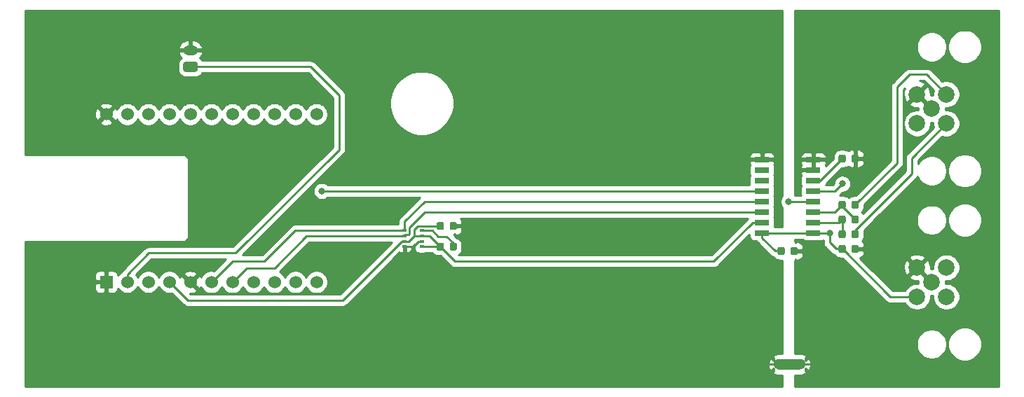
<source format=gtl>
G04 #@! TF.GenerationSoftware,KiCad,Pcbnew,5.1.8-5.fc33*
G04 #@! TF.CreationDate,2020-12-26T10:31:11+01:00*
G04 #@! TF.ProjectId,mini-beieli-pcb-cubecell,6d696e69-2d62-4656-9965-6c692d706362,rev?*
G04 #@! TF.SameCoordinates,Original*
G04 #@! TF.FileFunction,Copper,L1,Top*
G04 #@! TF.FilePolarity,Positive*
%FSLAX46Y46*%
G04 Gerber Fmt 4.6, Leading zero omitted, Abs format (unit mm)*
G04 Created by KiCad (PCBNEW 5.1.8-5.fc33) date 2020-12-26 10:31:11*
%MOMM*%
%LPD*%
G01*
G04 APERTURE LIST*
G04 #@! TA.AperFunction,EtchedComponent*
%ADD10C,0.100000*%
G04 #@! TD*
G04 #@! TA.AperFunction,ComponentPad*
%ADD11C,1.524000*%
G04 #@! TD*
G04 #@! TA.AperFunction,ComponentPad*
%ADD12R,1.524000X1.524000*%
G04 #@! TD*
G04 #@! TA.AperFunction,ComponentPad*
%ADD13C,2.000000*%
G04 #@! TD*
G04 #@! TA.AperFunction,SMDPad,CuDef*
%ADD14R,0.500000X0.350000*%
G04 #@! TD*
G04 #@! TA.AperFunction,SMDPad,CuDef*
%ADD15R,1.800000X0.640000*%
G04 #@! TD*
G04 #@! TA.AperFunction,ComponentPad*
%ADD16O,1.750000X1.200000*%
G04 #@! TD*
G04 #@! TA.AperFunction,ComponentPad*
%ADD17C,1.300000*%
G04 #@! TD*
G04 #@! TA.AperFunction,ViaPad*
%ADD18C,0.800000*%
G04 #@! TD*
G04 #@! TA.AperFunction,Conductor*
%ADD19C,0.250000*%
G04 #@! TD*
G04 #@! TA.AperFunction,Conductor*
%ADD20C,0.254000*%
G04 #@! TD*
G04 #@! TA.AperFunction,Conductor*
%ADD21C,0.100000*%
G04 #@! TD*
G04 APERTURE END LIST*
D10*
G36*
X134620000Y-78120000D02*
G01*
X132020000Y-78120000D01*
X132020000Y-76820000D01*
X134620000Y-76820000D01*
X134620000Y-78120000D01*
G37*
D11*
X76178000Y-47215000D03*
X73638000Y-47215000D03*
X71098000Y-47215000D03*
X68558000Y-47215000D03*
X66018000Y-47215000D03*
X63478000Y-47215000D03*
X60938000Y-47215000D03*
X58398000Y-47215000D03*
X55858000Y-47215000D03*
X53318000Y-47215000D03*
X50778000Y-47215000D03*
X76178000Y-67515000D03*
X73638000Y-67515000D03*
X71098000Y-67515000D03*
X68558000Y-67515000D03*
X66018000Y-67515000D03*
X63478000Y-67515000D03*
X60938000Y-67515000D03*
X58398000Y-67495000D03*
X55858000Y-67495000D03*
X53318000Y-67495000D03*
D12*
X50778000Y-67495000D03*
D13*
X150495000Y-67515000D03*
X152265000Y-65745000D03*
X152265000Y-69285000D03*
X148725000Y-65745000D03*
X148725000Y-69285000D03*
D14*
X88877000Y-61271000D03*
X88877000Y-61921000D03*
X88877000Y-62571000D03*
X88877000Y-63221000D03*
X86827000Y-63221000D03*
X86827000Y-62571000D03*
X86827000Y-61921000D03*
X86827000Y-61271000D03*
G04 #@! TA.AperFunction,SMDPad,CuDef*
G36*
G01*
X92266000Y-63488250D02*
X92266000Y-62975750D01*
G75*
G02*
X92484750Y-62757000I218750J0D01*
G01*
X92922250Y-62757000D01*
G75*
G02*
X93141000Y-62975750I0J-218750D01*
G01*
X93141000Y-63488250D01*
G75*
G02*
X92922250Y-63707000I-218750J0D01*
G01*
X92484750Y-63707000D01*
G75*
G02*
X92266000Y-63488250I0J218750D01*
G01*
G37*
G04 #@! TD.AperFunction*
G04 #@! TA.AperFunction,SMDPad,CuDef*
G36*
G01*
X90691000Y-63488250D02*
X90691000Y-62975750D01*
G75*
G02*
X90909750Y-62757000I218750J0D01*
G01*
X91347250Y-62757000D01*
G75*
G02*
X91566000Y-62975750I0J-218750D01*
G01*
X91566000Y-63488250D01*
G75*
G02*
X91347250Y-63707000I-218750J0D01*
G01*
X90909750Y-63707000D01*
G75*
G02*
X90691000Y-63488250I0J218750D01*
G01*
G37*
G04 #@! TD.AperFunction*
G04 #@! TA.AperFunction,SMDPad,CuDef*
G36*
G01*
X92266000Y-60978250D02*
X92266000Y-60465750D01*
G75*
G02*
X92484750Y-60247000I218750J0D01*
G01*
X92922250Y-60247000D01*
G75*
G02*
X93141000Y-60465750I0J-218750D01*
G01*
X93141000Y-60978250D01*
G75*
G02*
X92922250Y-61197000I-218750J0D01*
G01*
X92484750Y-61197000D01*
G75*
G02*
X92266000Y-60978250I0J218750D01*
G01*
G37*
G04 #@! TD.AperFunction*
G04 #@! TA.AperFunction,SMDPad,CuDef*
G36*
G01*
X90691000Y-60978250D02*
X90691000Y-60465750D01*
G75*
G02*
X90909750Y-60247000I218750J0D01*
G01*
X91347250Y-60247000D01*
G75*
G02*
X91566000Y-60465750I0J-218750D01*
G01*
X91566000Y-60978250D01*
G75*
G02*
X91347250Y-61197000I-218750J0D01*
G01*
X90909750Y-61197000D01*
G75*
G02*
X90691000Y-60978250I0J218750D01*
G01*
G37*
G04 #@! TD.AperFunction*
D15*
X136201000Y-61595000D03*
X136201000Y-60325000D03*
X136201000Y-59055000D03*
X136201000Y-57785000D03*
X136201000Y-56515000D03*
X136201000Y-55245000D03*
X136201000Y-53975000D03*
X136201000Y-52705000D03*
X129991000Y-52705000D03*
X129991000Y-53975000D03*
X129991000Y-55245000D03*
X129991000Y-56515000D03*
X129991000Y-57785000D03*
X129991000Y-59055000D03*
X129991000Y-60325000D03*
X129991000Y-61595000D03*
D16*
X60960000Y-39480000D03*
G04 #@! TA.AperFunction,ComponentPad*
G36*
G01*
X61585001Y-42080000D02*
X60334999Y-42080000D01*
G75*
G02*
X60085000Y-41830001I0J249999D01*
G01*
X60085000Y-41129999D01*
G75*
G02*
X60334999Y-40880000I249999J0D01*
G01*
X61585001Y-40880000D01*
G75*
G02*
X61835000Y-41129999I0J-249999D01*
G01*
X61835000Y-41830001D01*
G75*
G02*
X61585001Y-42080000I-249999J0D01*
G01*
G37*
G04 #@! TD.AperFunction*
G04 #@! TA.AperFunction,SMDPad,CuDef*
G36*
G01*
X140812000Y-58422250D02*
X140812000Y-57909750D01*
G75*
G02*
X141030750Y-57691000I218750J0D01*
G01*
X141468250Y-57691000D01*
G75*
G02*
X141687000Y-57909750I0J-218750D01*
G01*
X141687000Y-58422250D01*
G75*
G02*
X141468250Y-58641000I-218750J0D01*
G01*
X141030750Y-58641000D01*
G75*
G02*
X140812000Y-58422250I0J218750D01*
G01*
G37*
G04 #@! TD.AperFunction*
G04 #@! TA.AperFunction,SMDPad,CuDef*
G36*
G01*
X139237000Y-58422250D02*
X139237000Y-57909750D01*
G75*
G02*
X139455750Y-57691000I218750J0D01*
G01*
X139893250Y-57691000D01*
G75*
G02*
X140112000Y-57909750I0J-218750D01*
G01*
X140112000Y-58422250D01*
G75*
G02*
X139893250Y-58641000I-218750J0D01*
G01*
X139455750Y-58641000D01*
G75*
G02*
X139237000Y-58422250I0J218750D01*
G01*
G37*
G04 #@! TD.AperFunction*
G04 #@! TA.AperFunction,SMDPad,CuDef*
G36*
G01*
X140812000Y-61978250D02*
X140812000Y-61465750D01*
G75*
G02*
X141030750Y-61247000I218750J0D01*
G01*
X141468250Y-61247000D01*
G75*
G02*
X141687000Y-61465750I0J-218750D01*
G01*
X141687000Y-61978250D01*
G75*
G02*
X141468250Y-62197000I-218750J0D01*
G01*
X141030750Y-62197000D01*
G75*
G02*
X140812000Y-61978250I0J218750D01*
G01*
G37*
G04 #@! TD.AperFunction*
G04 #@! TA.AperFunction,SMDPad,CuDef*
G36*
G01*
X139237000Y-61978250D02*
X139237000Y-61465750D01*
G75*
G02*
X139455750Y-61247000I218750J0D01*
G01*
X139893250Y-61247000D01*
G75*
G02*
X140112000Y-61465750I0J-218750D01*
G01*
X140112000Y-61978250D01*
G75*
G02*
X139893250Y-62197000I-218750J0D01*
G01*
X139455750Y-62197000D01*
G75*
G02*
X139237000Y-61978250I0J218750D01*
G01*
G37*
G04 #@! TD.AperFunction*
D17*
X132020000Y-77470000D03*
X134620000Y-77470000D03*
D13*
X150495000Y-46560000D03*
X152265000Y-44790000D03*
X152265000Y-48330000D03*
X148725000Y-44790000D03*
X148725000Y-48330000D03*
G04 #@! TA.AperFunction,SMDPad,CuDef*
G36*
G01*
X140812000Y-52834250D02*
X140812000Y-52321750D01*
G75*
G02*
X141030750Y-52103000I218750J0D01*
G01*
X141468250Y-52103000D01*
G75*
G02*
X141687000Y-52321750I0J-218750D01*
G01*
X141687000Y-52834250D01*
G75*
G02*
X141468250Y-53053000I-218750J0D01*
G01*
X141030750Y-53053000D01*
G75*
G02*
X140812000Y-52834250I0J218750D01*
G01*
G37*
G04 #@! TD.AperFunction*
G04 #@! TA.AperFunction,SMDPad,CuDef*
G36*
G01*
X139237000Y-52834250D02*
X139237000Y-52321750D01*
G75*
G02*
X139455750Y-52103000I218750J0D01*
G01*
X139893250Y-52103000D01*
G75*
G02*
X140112000Y-52321750I0J-218750D01*
G01*
X140112000Y-52834250D01*
G75*
G02*
X139893250Y-53053000I-218750J0D01*
G01*
X139455750Y-53053000D01*
G75*
G02*
X139237000Y-52834250I0J218750D01*
G01*
G37*
G04 #@! TD.AperFunction*
G04 #@! TA.AperFunction,SMDPad,CuDef*
G36*
G01*
X140812000Y-60200250D02*
X140812000Y-59687750D01*
G75*
G02*
X141030750Y-59469000I218750J0D01*
G01*
X141468250Y-59469000D01*
G75*
G02*
X141687000Y-59687750I0J-218750D01*
G01*
X141687000Y-60200250D01*
G75*
G02*
X141468250Y-60419000I-218750J0D01*
G01*
X141030750Y-60419000D01*
G75*
G02*
X140812000Y-60200250I0J218750D01*
G01*
G37*
G04 #@! TD.AperFunction*
G04 #@! TA.AperFunction,SMDPad,CuDef*
G36*
G01*
X139237000Y-60200250D02*
X139237000Y-59687750D01*
G75*
G02*
X139455750Y-59469000I218750J0D01*
G01*
X139893250Y-59469000D01*
G75*
G02*
X140112000Y-59687750I0J-218750D01*
G01*
X140112000Y-60200250D01*
G75*
G02*
X139893250Y-60419000I-218750J0D01*
G01*
X139455750Y-60419000D01*
G75*
G02*
X139237000Y-60200250I0J218750D01*
G01*
G37*
G04 #@! TD.AperFunction*
G04 #@! TA.AperFunction,SMDPad,CuDef*
G36*
G01*
X133446000Y-64010250D02*
X133446000Y-63497750D01*
G75*
G02*
X133664750Y-63279000I218750J0D01*
G01*
X134102250Y-63279000D01*
G75*
G02*
X134321000Y-63497750I0J-218750D01*
G01*
X134321000Y-64010250D01*
G75*
G02*
X134102250Y-64229000I-218750J0D01*
G01*
X133664750Y-64229000D01*
G75*
G02*
X133446000Y-64010250I0J218750D01*
G01*
G37*
G04 #@! TD.AperFunction*
G04 #@! TA.AperFunction,SMDPad,CuDef*
G36*
G01*
X131871000Y-64010250D02*
X131871000Y-63497750D01*
G75*
G02*
X132089750Y-63279000I218750J0D01*
G01*
X132527250Y-63279000D01*
G75*
G02*
X132746000Y-63497750I0J-218750D01*
G01*
X132746000Y-64010250D01*
G75*
G02*
X132527250Y-64229000I-218750J0D01*
G01*
X132089750Y-64229000D01*
G75*
G02*
X131871000Y-64010250I0J218750D01*
G01*
G37*
G04 #@! TD.AperFunction*
G04 #@! TA.AperFunction,SMDPad,CuDef*
G36*
G01*
X140812000Y-63756250D02*
X140812000Y-63243750D01*
G75*
G02*
X141030750Y-63025000I218750J0D01*
G01*
X141468250Y-63025000D01*
G75*
G02*
X141687000Y-63243750I0J-218750D01*
G01*
X141687000Y-63756250D01*
G75*
G02*
X141468250Y-63975000I-218750J0D01*
G01*
X141030750Y-63975000D01*
G75*
G02*
X140812000Y-63756250I0J218750D01*
G01*
G37*
G04 #@! TD.AperFunction*
G04 #@! TA.AperFunction,SMDPad,CuDef*
G36*
G01*
X139237000Y-63756250D02*
X139237000Y-63243750D01*
G75*
G02*
X139455750Y-63025000I218750J0D01*
G01*
X139893250Y-63025000D01*
G75*
G02*
X140112000Y-63243750I0J-218750D01*
G01*
X140112000Y-63756250D01*
G75*
G02*
X139893250Y-63975000I-218750J0D01*
G01*
X139455750Y-63975000D01*
G75*
G02*
X139237000Y-63756250I0J218750D01*
G01*
G37*
G04 #@! TD.AperFunction*
D18*
X96478000Y-60722000D03*
X139700000Y-55626000D03*
X133223000Y-57785000D03*
X133223000Y-57785000D03*
X76815000Y-56515000D03*
X138176000Y-61607750D03*
D19*
X132020000Y-77470000D02*
X129540000Y-77470000D01*
X87880588Y-63221000D02*
X88530588Y-62571000D01*
X88530588Y-62571000D02*
X88877000Y-62571000D01*
X86827000Y-63221000D02*
X87880588Y-63221000D01*
X92703500Y-60722000D02*
X96478000Y-60722000D01*
X96478000Y-60722000D02*
X96622000Y-60722000D01*
X134620000Y-77470000D02*
X137668000Y-77470000D01*
X53318000Y-66582000D02*
X53318000Y-67495000D01*
X55900000Y-64000000D02*
X53318000Y-66582000D01*
X66400000Y-64000000D02*
X55900000Y-64000000D01*
X78900000Y-51500000D02*
X66400000Y-64000000D01*
X75480000Y-41480000D02*
X78900000Y-44900000D01*
X78900000Y-44900000D02*
X78900000Y-51500000D01*
X60960000Y-41480000D02*
X75480000Y-41480000D01*
X141249500Y-58166000D02*
X146304000Y-53111500D01*
X146304000Y-53111500D02*
X146304000Y-43942000D01*
X146304000Y-43942000D02*
X147828000Y-42418000D01*
X149893000Y-42418000D02*
X152265000Y-44790000D01*
X147828000Y-42418000D02*
X149893000Y-42418000D01*
X141249500Y-61247000D02*
X148082000Y-54414500D01*
X141249500Y-61722000D02*
X141249500Y-61247000D01*
X148082000Y-52513000D02*
X152265000Y-48330000D01*
X148082000Y-54414500D02*
X148082000Y-52513000D01*
X138811000Y-56515000D02*
X136201000Y-56515000D01*
X139700000Y-55626000D02*
X138811000Y-56515000D01*
X152265000Y-69731000D02*
X152265000Y-69285000D01*
X136201000Y-57785000D02*
X133223000Y-57785000D01*
X133223000Y-57785000D02*
X133223000Y-57785000D01*
X133223000Y-57785000D02*
X133223000Y-57785000D01*
X66018000Y-67515000D02*
X67733000Y-65800000D01*
X67733000Y-65800000D02*
X71100000Y-65800000D01*
X74979000Y-61921000D02*
X86827000Y-61921000D01*
X71100000Y-65800000D02*
X74979000Y-61921000D01*
X89245000Y-59055000D02*
X129991000Y-59055000D01*
X87402001Y-60897999D02*
X89245000Y-59055000D01*
X87402001Y-61706001D02*
X87402001Y-60897999D01*
X86827000Y-61771001D02*
X87337001Y-61771001D01*
X87337001Y-61771001D02*
X87402001Y-61706001D01*
X86827000Y-61921000D02*
X86827000Y-61771001D01*
X63521410Y-67515000D02*
X66036410Y-65000000D01*
X63478000Y-67515000D02*
X63521410Y-67515000D01*
X66036410Y-65000000D02*
X69900000Y-65000000D01*
X73629000Y-61271000D02*
X86827000Y-61271000D01*
X69900000Y-65000000D02*
X73629000Y-61271000D01*
X86827000Y-61271000D02*
X86827000Y-60173000D01*
X89215000Y-57785000D02*
X129991000Y-57785000D01*
X86827000Y-60173000D02*
X89215000Y-57785000D01*
X87977000Y-61921000D02*
X88877000Y-61921000D01*
X87327000Y-62571000D02*
X87977000Y-61921000D01*
X86827000Y-62571000D02*
X87327000Y-62571000D01*
X91117500Y-63221000D02*
X91128500Y-63232000D01*
X88877000Y-63221000D02*
X91117500Y-63221000D01*
X91154000Y-63257500D02*
X91128500Y-63232000D01*
X89817500Y-61921000D02*
X91128500Y-63232000D01*
X88877000Y-61921000D02*
X89817500Y-61921000D01*
X88516998Y-61921000D02*
X88877000Y-61921000D01*
X58398000Y-67495000D02*
X60603000Y-69700000D01*
X86466998Y-62571000D02*
X86827000Y-62571000D01*
X79337998Y-69700000D02*
X86466998Y-62571000D01*
X60603000Y-69700000D02*
X79337998Y-69700000D01*
X88415998Y-60722000D02*
X91128500Y-60722000D01*
X87977000Y-61160998D02*
X88415998Y-60722000D01*
X87977000Y-61921000D02*
X87977000Y-61160998D01*
X128841000Y-60325000D02*
X129991000Y-60325000D01*
X124166000Y-65000000D02*
X128841000Y-60325000D01*
X92900000Y-65000000D02*
X124166000Y-65000000D01*
X91932010Y-64032010D02*
X92900000Y-65000000D01*
X91928510Y-64032010D02*
X91932010Y-64032010D01*
X91128500Y-63232000D02*
X91928510Y-64032010D01*
X129991000Y-56515000D02*
X76815000Y-56515000D01*
X76815000Y-56515000D02*
X76815000Y-56515000D01*
X137769500Y-61595000D02*
X137782250Y-61607750D01*
X136201000Y-61595000D02*
X137769500Y-61595000D01*
X129991000Y-61595000D02*
X129991000Y-61690500D01*
X129991000Y-61595000D02*
X129991000Y-62173000D01*
X131572000Y-63754000D02*
X132308500Y-63754000D01*
X129991000Y-62173000D02*
X131572000Y-63754000D01*
X129991000Y-61595000D02*
X136201000Y-61595000D01*
X139674500Y-63500000D02*
X139674500Y-63728500D01*
X145459500Y-69285000D02*
X148725000Y-69285000D01*
X139674500Y-63500000D02*
X145459500Y-69285000D01*
X138176000Y-61607750D02*
X138176000Y-62738000D01*
X138938000Y-63500000D02*
X139674500Y-63500000D01*
X138176000Y-62738000D02*
X138938000Y-63500000D01*
X88877000Y-61271000D02*
X90179000Y-61271000D01*
X92703500Y-63232000D02*
X92703500Y-62779500D01*
X92703500Y-62779500D02*
X91916000Y-61992000D01*
X90900000Y-61992000D02*
X90179000Y-61271000D01*
X91916000Y-61992000D02*
X90900000Y-61992000D01*
X139674500Y-58369000D02*
X141249500Y-59944000D01*
X139674500Y-58166000D02*
X139674500Y-58369000D01*
X138785500Y-59055000D02*
X139674500Y-58166000D01*
X136201000Y-59055000D02*
X138785500Y-59055000D01*
X139293500Y-60325000D02*
X139674500Y-59944000D01*
X136201000Y-60325000D02*
X139293500Y-60325000D01*
X139674500Y-59944000D02*
X139674500Y-61722000D01*
X137007500Y-55245000D02*
X139674500Y-52578000D01*
X136201000Y-55245000D02*
X137007500Y-55245000D01*
D20*
X158623000Y-80137000D02*
X133985000Y-80137000D01*
X133985000Y-78755000D01*
X134594974Y-78755000D01*
X134696455Y-78758952D01*
X134946449Y-78719270D01*
X135183896Y-78631578D01*
X135272534Y-78584201D01*
X135325922Y-78355527D01*
X135236619Y-78266224D01*
X135241124Y-78252024D01*
X135241373Y-78249808D01*
X135242030Y-78247684D01*
X135248276Y-78188257D01*
X135254938Y-78128866D01*
X135254968Y-78124596D01*
X135254985Y-78124433D01*
X135254970Y-78124270D01*
X135255000Y-78120000D01*
X135255000Y-77925395D01*
X135505527Y-78175922D01*
X135734201Y-78122534D01*
X135840095Y-77892626D01*
X135899102Y-77646476D01*
X135908952Y-77393545D01*
X135869270Y-77143551D01*
X135781578Y-76906104D01*
X135734201Y-76817466D01*
X135505527Y-76764078D01*
X135255000Y-77014605D01*
X135255000Y-76820000D01*
X135249166Y-76760495D01*
X135243752Y-76701013D01*
X135243125Y-76698882D01*
X135242907Y-76696661D01*
X135236142Y-76674253D01*
X135325922Y-76584473D01*
X135272534Y-76355799D01*
X135042626Y-76249905D01*
X134796476Y-76190898D01*
X134543545Y-76181048D01*
X134518648Y-76185000D01*
X133985000Y-76185000D01*
X133985000Y-74834268D01*
X148660000Y-74834268D01*
X148660000Y-75195732D01*
X148730518Y-75550250D01*
X148868844Y-75884199D01*
X149069662Y-76184744D01*
X149325256Y-76440338D01*
X149625801Y-76641156D01*
X149959750Y-76779482D01*
X150314268Y-76850000D01*
X150675732Y-76850000D01*
X151030250Y-76779482D01*
X151364199Y-76641156D01*
X151664744Y-76440338D01*
X151920338Y-76184744D01*
X152121156Y-75884199D01*
X152259482Y-75550250D01*
X152330000Y-75195732D01*
X152330000Y-74834268D01*
X152325593Y-74812108D01*
X152435000Y-74812108D01*
X152435000Y-75217892D01*
X152514165Y-75615880D01*
X152669452Y-75990776D01*
X152894894Y-76328173D01*
X153181827Y-76615106D01*
X153519224Y-76840548D01*
X153894120Y-76995835D01*
X154292108Y-77075000D01*
X154697892Y-77075000D01*
X155095880Y-76995835D01*
X155470776Y-76840548D01*
X155808173Y-76615106D01*
X156095106Y-76328173D01*
X156320548Y-75990776D01*
X156475835Y-75615880D01*
X156555000Y-75217892D01*
X156555000Y-74812108D01*
X156475835Y-74414120D01*
X156320548Y-74039224D01*
X156095106Y-73701827D01*
X155808173Y-73414894D01*
X155470776Y-73189452D01*
X155095880Y-73034165D01*
X154697892Y-72955000D01*
X154292108Y-72955000D01*
X153894120Y-73034165D01*
X153519224Y-73189452D01*
X153181827Y-73414894D01*
X152894894Y-73701827D01*
X152669452Y-74039224D01*
X152514165Y-74414120D01*
X152435000Y-74812108D01*
X152325593Y-74812108D01*
X152259482Y-74479750D01*
X152121156Y-74145801D01*
X151920338Y-73845256D01*
X151664744Y-73589662D01*
X151364199Y-73388844D01*
X151030250Y-73250518D01*
X150675732Y-73180000D01*
X150314268Y-73180000D01*
X149959750Y-73250518D01*
X149625801Y-73388844D01*
X149325256Y-73589662D01*
X149069662Y-73845256D01*
X148868844Y-74145801D01*
X148730518Y-74479750D01*
X148660000Y-74834268D01*
X133985000Y-74834268D01*
X133985000Y-64864000D01*
X134010502Y-64864000D01*
X134010502Y-64705252D01*
X134169250Y-64864000D01*
X134321000Y-64867072D01*
X134445482Y-64854812D01*
X134565180Y-64818502D01*
X134675494Y-64759537D01*
X134772185Y-64680185D01*
X134851537Y-64583494D01*
X134910502Y-64473180D01*
X134946812Y-64353482D01*
X134959072Y-64229000D01*
X134956000Y-64039750D01*
X134797250Y-63881000D01*
X134010500Y-63881000D01*
X134010500Y-63901000D01*
X133985000Y-63901000D01*
X133985000Y-63607000D01*
X134010500Y-63607000D01*
X134010500Y-63627000D01*
X134797250Y-63627000D01*
X134956000Y-63468250D01*
X134959072Y-63279000D01*
X134946812Y-63154518D01*
X134910502Y-63034820D01*
X134851537Y-62924506D01*
X134772185Y-62827815D01*
X134675494Y-62748463D01*
X134565180Y-62689498D01*
X134445482Y-62653188D01*
X134321000Y-62640928D01*
X134169250Y-62644000D01*
X134010502Y-62802748D01*
X134010502Y-62644000D01*
X133985000Y-62644000D01*
X133985000Y-62355000D01*
X134840636Y-62355000D01*
X134849815Y-62366185D01*
X134946506Y-62445537D01*
X135056820Y-62504502D01*
X135176518Y-62540812D01*
X135301000Y-62553072D01*
X137101000Y-62553072D01*
X137225482Y-62540812D01*
X137345180Y-62504502D01*
X137416001Y-62466647D01*
X137416001Y-62700668D01*
X137412324Y-62738000D01*
X137426998Y-62886985D01*
X137470454Y-63030246D01*
X137541026Y-63162276D01*
X137607891Y-63243750D01*
X137636000Y-63278001D01*
X137664998Y-63301799D01*
X138374201Y-64011002D01*
X138397999Y-64040001D01*
X138513724Y-64134974D01*
X138645753Y-64205546D01*
X138746465Y-64236096D01*
X138849885Y-64362115D01*
X138979725Y-64468671D01*
X139127858Y-64547850D01*
X139288592Y-64596608D01*
X139455750Y-64613072D01*
X139712771Y-64613072D01*
X144895705Y-69796008D01*
X144919499Y-69825001D01*
X144948492Y-69848795D01*
X144948496Y-69848799D01*
X144986497Y-69879985D01*
X145035224Y-69919974D01*
X145167253Y-69990546D01*
X145310514Y-70034003D01*
X145422167Y-70045000D01*
X145422176Y-70045000D01*
X145459499Y-70048676D01*
X145496822Y-70045000D01*
X147270091Y-70045000D01*
X147276082Y-70059463D01*
X147455013Y-70327252D01*
X147682748Y-70554987D01*
X147950537Y-70733918D01*
X148248088Y-70857168D01*
X148563967Y-70920000D01*
X148886033Y-70920000D01*
X149201912Y-70857168D01*
X149499463Y-70733918D01*
X149767252Y-70554987D01*
X149994987Y-70327252D01*
X150173918Y-70059463D01*
X150297168Y-69761912D01*
X150360000Y-69446033D01*
X150360000Y-69144835D01*
X150557595Y-69156718D01*
X150630000Y-69146789D01*
X150630000Y-69446033D01*
X150692832Y-69761912D01*
X150816082Y-70059463D01*
X150995013Y-70327252D01*
X151222748Y-70554987D01*
X151490537Y-70733918D01*
X151788088Y-70857168D01*
X152103967Y-70920000D01*
X152426033Y-70920000D01*
X152741912Y-70857168D01*
X153039463Y-70733918D01*
X153307252Y-70554987D01*
X153534987Y-70327252D01*
X153713918Y-70059463D01*
X153837168Y-69761912D01*
X153900000Y-69446033D01*
X153900000Y-69123967D01*
X153837168Y-68808088D01*
X153713918Y-68510537D01*
X153534987Y-68242748D01*
X153307252Y-68015013D01*
X153039463Y-67836082D01*
X152741912Y-67712832D01*
X152426033Y-67650000D01*
X152124835Y-67650000D01*
X152136718Y-67452405D01*
X152126789Y-67380000D01*
X152426033Y-67380000D01*
X152741912Y-67317168D01*
X153039463Y-67193918D01*
X153307252Y-67014987D01*
X153534987Y-66787252D01*
X153713918Y-66519463D01*
X153837168Y-66221912D01*
X153900000Y-65906033D01*
X153900000Y-65583967D01*
X153837168Y-65268088D01*
X153713918Y-64970537D01*
X153534987Y-64702748D01*
X153307252Y-64475013D01*
X153039463Y-64296082D01*
X152741912Y-64172832D01*
X152426033Y-64110000D01*
X152103967Y-64110000D01*
X151788088Y-64172832D01*
X151490537Y-64296082D01*
X151222748Y-64475013D01*
X150995013Y-64702748D01*
X150816082Y-64970537D01*
X150692832Y-65268088D01*
X150630000Y-65583967D01*
X150630000Y-65885165D01*
X150432405Y-65873282D01*
X150354597Y-65883952D01*
X150366718Y-65682405D01*
X150322961Y-65363325D01*
X150217795Y-65058912D01*
X150124814Y-64884956D01*
X149860413Y-64789192D01*
X148904605Y-65745000D01*
X150495000Y-67335395D01*
X150509143Y-67321253D01*
X150688748Y-67500858D01*
X150674605Y-67515000D01*
X150688748Y-67529143D01*
X150509143Y-67708748D01*
X150495000Y-67694605D01*
X150480858Y-67708748D01*
X150301253Y-67529143D01*
X150315395Y-67515000D01*
X148725000Y-65924605D01*
X147769192Y-66880413D01*
X147864956Y-67144814D01*
X148154571Y-67285704D01*
X148466108Y-67367384D01*
X148787595Y-67386718D01*
X148865403Y-67376048D01*
X148853282Y-67577595D01*
X148863211Y-67650000D01*
X148563967Y-67650000D01*
X148248088Y-67712832D01*
X147950537Y-67836082D01*
X147682748Y-68015013D01*
X147455013Y-68242748D01*
X147276082Y-68510537D01*
X147270091Y-68525000D01*
X145774303Y-68525000D01*
X143056897Y-65807595D01*
X147083282Y-65807595D01*
X147127039Y-66126675D01*
X147232205Y-66431088D01*
X147325186Y-66605044D01*
X147589587Y-66700808D01*
X148545395Y-65745000D01*
X147589587Y-64789192D01*
X147325186Y-64884956D01*
X147184296Y-65174571D01*
X147102616Y-65486108D01*
X147083282Y-65807595D01*
X143056897Y-65807595D01*
X141858889Y-64609587D01*
X147769192Y-64609587D01*
X148725000Y-65565395D01*
X149680808Y-64609587D01*
X149585044Y-64345186D01*
X149295429Y-64204296D01*
X148983892Y-64122616D01*
X148662405Y-64103282D01*
X148343325Y-64147039D01*
X148038912Y-64252205D01*
X147864956Y-64345186D01*
X147769192Y-64609587D01*
X141858889Y-64609587D01*
X141841122Y-64591821D01*
X141931180Y-64564502D01*
X142041494Y-64505537D01*
X142138185Y-64426185D01*
X142217537Y-64329494D01*
X142276502Y-64219180D01*
X142312812Y-64099482D01*
X142325072Y-63975000D01*
X142322000Y-63785750D01*
X142163250Y-63627000D01*
X141376500Y-63627000D01*
X141376500Y-63647000D01*
X141122500Y-63647000D01*
X141122500Y-63627000D01*
X141102500Y-63627000D01*
X141102500Y-63373000D01*
X141122500Y-63373000D01*
X141122500Y-63353000D01*
X141376500Y-63353000D01*
X141376500Y-63373000D01*
X142163250Y-63373000D01*
X142322000Y-63214250D01*
X142325072Y-63025000D01*
X142312812Y-62900518D01*
X142276502Y-62780820D01*
X142217537Y-62670506D01*
X142138185Y-62573815D01*
X142104951Y-62546541D01*
X142180671Y-62454275D01*
X142259850Y-62306142D01*
X142308608Y-62145408D01*
X142325072Y-61978250D01*
X142325072Y-61465750D01*
X142308608Y-61298592D01*
X142300253Y-61271048D01*
X143737033Y-59834268D01*
X148660000Y-59834268D01*
X148660000Y-60195732D01*
X148730518Y-60550250D01*
X148868844Y-60884199D01*
X149069662Y-61184744D01*
X149325256Y-61440338D01*
X149625801Y-61641156D01*
X149959750Y-61779482D01*
X150314268Y-61850000D01*
X150675732Y-61850000D01*
X151030250Y-61779482D01*
X151364199Y-61641156D01*
X151664744Y-61440338D01*
X151920338Y-61184744D01*
X152121156Y-60884199D01*
X152259482Y-60550250D01*
X152330000Y-60195732D01*
X152330000Y-59834268D01*
X152325593Y-59812108D01*
X152435000Y-59812108D01*
X152435000Y-60217892D01*
X152514165Y-60615880D01*
X152669452Y-60990776D01*
X152894894Y-61328173D01*
X153181827Y-61615106D01*
X153519224Y-61840548D01*
X153894120Y-61995835D01*
X154292108Y-62075000D01*
X154697892Y-62075000D01*
X155095880Y-61995835D01*
X155470776Y-61840548D01*
X155808173Y-61615106D01*
X156095106Y-61328173D01*
X156320548Y-60990776D01*
X156475835Y-60615880D01*
X156555000Y-60217892D01*
X156555000Y-59812108D01*
X156475835Y-59414120D01*
X156320548Y-59039224D01*
X156095106Y-58701827D01*
X155808173Y-58414894D01*
X155470776Y-58189452D01*
X155095880Y-58034165D01*
X154697892Y-57955000D01*
X154292108Y-57955000D01*
X153894120Y-58034165D01*
X153519224Y-58189452D01*
X153181827Y-58414894D01*
X152894894Y-58701827D01*
X152669452Y-59039224D01*
X152514165Y-59414120D01*
X152435000Y-59812108D01*
X152325593Y-59812108D01*
X152259482Y-59479750D01*
X152121156Y-59145801D01*
X151920338Y-58845256D01*
X151664744Y-58589662D01*
X151364199Y-58388844D01*
X151030250Y-58250518D01*
X150675732Y-58180000D01*
X150314268Y-58180000D01*
X149959750Y-58250518D01*
X149625801Y-58388844D01*
X149325256Y-58589662D01*
X149069662Y-58845256D01*
X148868844Y-59145801D01*
X148730518Y-59479750D01*
X148660000Y-59834268D01*
X143737033Y-59834268D01*
X148593004Y-54978298D01*
X148622001Y-54954501D01*
X148716974Y-54838776D01*
X148781436Y-54718178D01*
X148868844Y-54929199D01*
X149069662Y-55229744D01*
X149325256Y-55485338D01*
X149625801Y-55686156D01*
X149959750Y-55824482D01*
X150314268Y-55895000D01*
X150675732Y-55895000D01*
X151030250Y-55824482D01*
X151364199Y-55686156D01*
X151664744Y-55485338D01*
X151920338Y-55229744D01*
X152121156Y-54929199D01*
X152259482Y-54595250D01*
X152330000Y-54240732D01*
X152330000Y-53879268D01*
X152325593Y-53857108D01*
X152435000Y-53857108D01*
X152435000Y-54262892D01*
X152514165Y-54660880D01*
X152669452Y-55035776D01*
X152894894Y-55373173D01*
X153181827Y-55660106D01*
X153519224Y-55885548D01*
X153894120Y-56040835D01*
X154292108Y-56120000D01*
X154697892Y-56120000D01*
X155095880Y-56040835D01*
X155470776Y-55885548D01*
X155808173Y-55660106D01*
X156095106Y-55373173D01*
X156320548Y-55035776D01*
X156475835Y-54660880D01*
X156555000Y-54262892D01*
X156555000Y-53857108D01*
X156475835Y-53459120D01*
X156320548Y-53084224D01*
X156095106Y-52746827D01*
X155808173Y-52459894D01*
X155470776Y-52234452D01*
X155095880Y-52079165D01*
X154697892Y-52000000D01*
X154292108Y-52000000D01*
X153894120Y-52079165D01*
X153519224Y-52234452D01*
X153181827Y-52459894D01*
X152894894Y-52746827D01*
X152669452Y-53084224D01*
X152514165Y-53459120D01*
X152435000Y-53857108D01*
X152325593Y-53857108D01*
X152259482Y-53524750D01*
X152121156Y-53190801D01*
X151920338Y-52890256D01*
X151664744Y-52634662D01*
X151364199Y-52433844D01*
X151030250Y-52295518D01*
X150675732Y-52225000D01*
X150314268Y-52225000D01*
X149959750Y-52295518D01*
X149625801Y-52433844D01*
X149325256Y-52634662D01*
X149069662Y-52890256D01*
X148868844Y-53190801D01*
X148842000Y-53255608D01*
X148842000Y-52827801D01*
X151773625Y-49896177D01*
X151788088Y-49902168D01*
X152103967Y-49965000D01*
X152426033Y-49965000D01*
X152741912Y-49902168D01*
X153039463Y-49778918D01*
X153307252Y-49599987D01*
X153534987Y-49372252D01*
X153713918Y-49104463D01*
X153837168Y-48806912D01*
X153900000Y-48491033D01*
X153900000Y-48168967D01*
X153837168Y-47853088D01*
X153713918Y-47555537D01*
X153534987Y-47287748D01*
X153307252Y-47060013D01*
X153039463Y-46881082D01*
X152741912Y-46757832D01*
X152426033Y-46695000D01*
X152124835Y-46695000D01*
X152136718Y-46497405D01*
X152126789Y-46425000D01*
X152426033Y-46425000D01*
X152741912Y-46362168D01*
X153039463Y-46238918D01*
X153307252Y-46059987D01*
X153534987Y-45832252D01*
X153713918Y-45564463D01*
X153837168Y-45266912D01*
X153900000Y-44951033D01*
X153900000Y-44628967D01*
X153837168Y-44313088D01*
X153713918Y-44015537D01*
X153534987Y-43747748D01*
X153307252Y-43520013D01*
X153039463Y-43341082D01*
X152741912Y-43217832D01*
X152426033Y-43155000D01*
X152103967Y-43155000D01*
X151788088Y-43217832D01*
X151773625Y-43223823D01*
X150456804Y-41907003D01*
X150433001Y-41877999D01*
X150317276Y-41783026D01*
X150185247Y-41712454D01*
X150041986Y-41668997D01*
X149930333Y-41658000D01*
X149930322Y-41658000D01*
X149893000Y-41654324D01*
X149855678Y-41658000D01*
X147865322Y-41658000D01*
X147827999Y-41654324D01*
X147790676Y-41658000D01*
X147790667Y-41658000D01*
X147679014Y-41668997D01*
X147535753Y-41712454D01*
X147403724Y-41783026D01*
X147403722Y-41783027D01*
X147403723Y-41783027D01*
X147316996Y-41854201D01*
X147316992Y-41854205D01*
X147287999Y-41877999D01*
X147264205Y-41906992D01*
X145792998Y-43378201D01*
X145764000Y-43401999D01*
X145740202Y-43430997D01*
X145740201Y-43430998D01*
X145669026Y-43517724D01*
X145598454Y-43649754D01*
X145554998Y-43793015D01*
X145540324Y-43942000D01*
X145544001Y-43979332D01*
X145544000Y-52796697D01*
X141287771Y-57052928D01*
X141030750Y-57052928D01*
X140863592Y-57069392D01*
X140702858Y-57118150D01*
X140554725Y-57197329D01*
X140462000Y-57273426D01*
X140369275Y-57197329D01*
X140221142Y-57118150D01*
X140060408Y-57069392D01*
X139893250Y-57052928D01*
X139455750Y-57052928D01*
X139339585Y-57064369D01*
X139351001Y-57055001D01*
X139374803Y-57025998D01*
X139739801Y-56661000D01*
X139801939Y-56661000D01*
X140001898Y-56621226D01*
X140190256Y-56543205D01*
X140359774Y-56429937D01*
X140503937Y-56285774D01*
X140617205Y-56116256D01*
X140695226Y-55927898D01*
X140735000Y-55727939D01*
X140735000Y-55524061D01*
X140695226Y-55324102D01*
X140617205Y-55135744D01*
X140503937Y-54966226D01*
X140359774Y-54822063D01*
X140190256Y-54708795D01*
X140001898Y-54630774D01*
X139801939Y-54591000D01*
X139598061Y-54591000D01*
X139398102Y-54630774D01*
X139209744Y-54708795D01*
X139040226Y-54822063D01*
X138896063Y-54966226D01*
X138782795Y-55135744D01*
X138704774Y-55324102D01*
X138665000Y-55524061D01*
X138665000Y-55586199D01*
X138496199Y-55755000D01*
X137706937Y-55755000D01*
X137726812Y-55689482D01*
X137736534Y-55590767D01*
X139636230Y-53691072D01*
X139893250Y-53691072D01*
X140060408Y-53674608D01*
X140221142Y-53625850D01*
X140369275Y-53546671D01*
X140390930Y-53528900D01*
X140457506Y-53583537D01*
X140567820Y-53642502D01*
X140687518Y-53678812D01*
X140812000Y-53691072D01*
X140963750Y-53688000D01*
X141122500Y-53529250D01*
X141122500Y-52705000D01*
X141376500Y-52705000D01*
X141376500Y-53529250D01*
X141535250Y-53688000D01*
X141687000Y-53691072D01*
X141811482Y-53678812D01*
X141931180Y-53642502D01*
X142041494Y-53583537D01*
X142138185Y-53504185D01*
X142217537Y-53407494D01*
X142276502Y-53297180D01*
X142312812Y-53177482D01*
X142325072Y-53053000D01*
X142322000Y-52863750D01*
X142163250Y-52705000D01*
X141376500Y-52705000D01*
X141122500Y-52705000D01*
X141102500Y-52705000D01*
X141102500Y-52451000D01*
X141122500Y-52451000D01*
X141122500Y-51626750D01*
X141376500Y-51626750D01*
X141376500Y-52451000D01*
X142163250Y-52451000D01*
X142322000Y-52292250D01*
X142325072Y-52103000D01*
X142312812Y-51978518D01*
X142276502Y-51858820D01*
X142217537Y-51748506D01*
X142138185Y-51651815D01*
X142041494Y-51572463D01*
X141931180Y-51513498D01*
X141811482Y-51477188D01*
X141687000Y-51464928D01*
X141535250Y-51468000D01*
X141376500Y-51626750D01*
X141122500Y-51626750D01*
X140963750Y-51468000D01*
X140812000Y-51464928D01*
X140687518Y-51477188D01*
X140567820Y-51513498D01*
X140457506Y-51572463D01*
X140390930Y-51627100D01*
X140369275Y-51609329D01*
X140221142Y-51530150D01*
X140060408Y-51481392D01*
X139893250Y-51464928D01*
X139455750Y-51464928D01*
X139288592Y-51481392D01*
X139127858Y-51530150D01*
X138979725Y-51609329D01*
X138849885Y-51715885D01*
X138743329Y-51845725D01*
X138664150Y-51993858D01*
X138615392Y-52154592D01*
X138598928Y-52321750D01*
X138598928Y-52578770D01*
X137708278Y-53469420D01*
X137690502Y-53410820D01*
X137652647Y-53340000D01*
X137690502Y-53269180D01*
X137726812Y-53149482D01*
X137739072Y-53025000D01*
X137736000Y-52990750D01*
X137577250Y-52832000D01*
X136328000Y-52832000D01*
X136328000Y-53848000D01*
X136348000Y-53848000D01*
X136348000Y-54102000D01*
X136328000Y-54102000D01*
X136328000Y-54122000D01*
X136074000Y-54122000D01*
X136074000Y-54102000D01*
X134824750Y-54102000D01*
X134666000Y-54260750D01*
X134662928Y-54295000D01*
X134675188Y-54419482D01*
X134711498Y-54539180D01*
X134749353Y-54610000D01*
X134711498Y-54680820D01*
X134675188Y-54800518D01*
X134662928Y-54925000D01*
X134662928Y-55565000D01*
X134675188Y-55689482D01*
X134711498Y-55809180D01*
X134749353Y-55880000D01*
X134711498Y-55950820D01*
X134675188Y-56070518D01*
X134662928Y-56195000D01*
X134662928Y-56835000D01*
X134675188Y-56959482D01*
X134695063Y-57025000D01*
X133985000Y-57025000D01*
X133985000Y-53025000D01*
X134662928Y-53025000D01*
X134675188Y-53149482D01*
X134711498Y-53269180D01*
X134749353Y-53340000D01*
X134711498Y-53410820D01*
X134675188Y-53530518D01*
X134662928Y-53655000D01*
X134666000Y-53689250D01*
X134824750Y-53848000D01*
X136074000Y-53848000D01*
X136074000Y-52832000D01*
X134824750Y-52832000D01*
X134666000Y-52990750D01*
X134662928Y-53025000D01*
X133985000Y-53025000D01*
X133985000Y-52385000D01*
X134662928Y-52385000D01*
X134666000Y-52419250D01*
X134824750Y-52578000D01*
X136074000Y-52578000D01*
X136074000Y-51908750D01*
X136328000Y-51908750D01*
X136328000Y-52578000D01*
X137577250Y-52578000D01*
X137736000Y-52419250D01*
X137739072Y-52385000D01*
X137726812Y-52260518D01*
X137690502Y-52140820D01*
X137631537Y-52030506D01*
X137552185Y-51933815D01*
X137455494Y-51854463D01*
X137345180Y-51795498D01*
X137225482Y-51759188D01*
X137101000Y-51746928D01*
X136486750Y-51750000D01*
X136328000Y-51908750D01*
X136074000Y-51908750D01*
X135915250Y-51750000D01*
X135301000Y-51746928D01*
X135176518Y-51759188D01*
X135056820Y-51795498D01*
X134946506Y-51854463D01*
X134849815Y-51933815D01*
X134770463Y-52030506D01*
X134711498Y-52140820D01*
X134675188Y-52260518D01*
X134662928Y-52385000D01*
X133985000Y-52385000D01*
X133985000Y-38879268D01*
X148660000Y-38879268D01*
X148660000Y-39240732D01*
X148730518Y-39595250D01*
X148868844Y-39929199D01*
X149069662Y-40229744D01*
X149325256Y-40485338D01*
X149625801Y-40686156D01*
X149959750Y-40824482D01*
X150314268Y-40895000D01*
X150675732Y-40895000D01*
X151030250Y-40824482D01*
X151364199Y-40686156D01*
X151664744Y-40485338D01*
X151920338Y-40229744D01*
X152121156Y-39929199D01*
X152259482Y-39595250D01*
X152330000Y-39240732D01*
X152330000Y-38879268D01*
X152325593Y-38857108D01*
X152435000Y-38857108D01*
X152435000Y-39262892D01*
X152514165Y-39660880D01*
X152669452Y-40035776D01*
X152894894Y-40373173D01*
X153181827Y-40660106D01*
X153519224Y-40885548D01*
X153894120Y-41040835D01*
X154292108Y-41120000D01*
X154697892Y-41120000D01*
X155095880Y-41040835D01*
X155470776Y-40885548D01*
X155808173Y-40660106D01*
X156095106Y-40373173D01*
X156320548Y-40035776D01*
X156475835Y-39660880D01*
X156555000Y-39262892D01*
X156555000Y-38857108D01*
X156475835Y-38459120D01*
X156320548Y-38084224D01*
X156095106Y-37746827D01*
X155808173Y-37459894D01*
X155470776Y-37234452D01*
X155095880Y-37079165D01*
X154697892Y-37000000D01*
X154292108Y-37000000D01*
X153894120Y-37079165D01*
X153519224Y-37234452D01*
X153181827Y-37459894D01*
X152894894Y-37746827D01*
X152669452Y-38084224D01*
X152514165Y-38459120D01*
X152435000Y-38857108D01*
X152325593Y-38857108D01*
X152259482Y-38524750D01*
X152121156Y-38190801D01*
X151920338Y-37890256D01*
X151664744Y-37634662D01*
X151364199Y-37433844D01*
X151030250Y-37295518D01*
X150675732Y-37225000D01*
X150314268Y-37225000D01*
X149959750Y-37295518D01*
X149625801Y-37433844D01*
X149325256Y-37634662D01*
X149069662Y-37890256D01*
X148868844Y-38190801D01*
X148730518Y-38524750D01*
X148660000Y-38879268D01*
X133985000Y-38879268D01*
X133985000Y-34671000D01*
X158623000Y-34671000D01*
X158623000Y-80137000D01*
G04 #@! TA.AperFunction,Conductor*
D21*
G36*
X158623000Y-80137000D02*
G01*
X133985000Y-80137000D01*
X133985000Y-78755000D01*
X134594974Y-78755000D01*
X134696455Y-78758952D01*
X134946449Y-78719270D01*
X135183896Y-78631578D01*
X135272534Y-78584201D01*
X135325922Y-78355527D01*
X135236619Y-78266224D01*
X135241124Y-78252024D01*
X135241373Y-78249808D01*
X135242030Y-78247684D01*
X135248276Y-78188257D01*
X135254938Y-78128866D01*
X135254968Y-78124596D01*
X135254985Y-78124433D01*
X135254970Y-78124270D01*
X135255000Y-78120000D01*
X135255000Y-77925395D01*
X135505527Y-78175922D01*
X135734201Y-78122534D01*
X135840095Y-77892626D01*
X135899102Y-77646476D01*
X135908952Y-77393545D01*
X135869270Y-77143551D01*
X135781578Y-76906104D01*
X135734201Y-76817466D01*
X135505527Y-76764078D01*
X135255000Y-77014605D01*
X135255000Y-76820000D01*
X135249166Y-76760495D01*
X135243752Y-76701013D01*
X135243125Y-76698882D01*
X135242907Y-76696661D01*
X135236142Y-76674253D01*
X135325922Y-76584473D01*
X135272534Y-76355799D01*
X135042626Y-76249905D01*
X134796476Y-76190898D01*
X134543545Y-76181048D01*
X134518648Y-76185000D01*
X133985000Y-76185000D01*
X133985000Y-74834268D01*
X148660000Y-74834268D01*
X148660000Y-75195732D01*
X148730518Y-75550250D01*
X148868844Y-75884199D01*
X149069662Y-76184744D01*
X149325256Y-76440338D01*
X149625801Y-76641156D01*
X149959750Y-76779482D01*
X150314268Y-76850000D01*
X150675732Y-76850000D01*
X151030250Y-76779482D01*
X151364199Y-76641156D01*
X151664744Y-76440338D01*
X151920338Y-76184744D01*
X152121156Y-75884199D01*
X152259482Y-75550250D01*
X152330000Y-75195732D01*
X152330000Y-74834268D01*
X152325593Y-74812108D01*
X152435000Y-74812108D01*
X152435000Y-75217892D01*
X152514165Y-75615880D01*
X152669452Y-75990776D01*
X152894894Y-76328173D01*
X153181827Y-76615106D01*
X153519224Y-76840548D01*
X153894120Y-76995835D01*
X154292108Y-77075000D01*
X154697892Y-77075000D01*
X155095880Y-76995835D01*
X155470776Y-76840548D01*
X155808173Y-76615106D01*
X156095106Y-76328173D01*
X156320548Y-75990776D01*
X156475835Y-75615880D01*
X156555000Y-75217892D01*
X156555000Y-74812108D01*
X156475835Y-74414120D01*
X156320548Y-74039224D01*
X156095106Y-73701827D01*
X155808173Y-73414894D01*
X155470776Y-73189452D01*
X155095880Y-73034165D01*
X154697892Y-72955000D01*
X154292108Y-72955000D01*
X153894120Y-73034165D01*
X153519224Y-73189452D01*
X153181827Y-73414894D01*
X152894894Y-73701827D01*
X152669452Y-74039224D01*
X152514165Y-74414120D01*
X152435000Y-74812108D01*
X152325593Y-74812108D01*
X152259482Y-74479750D01*
X152121156Y-74145801D01*
X151920338Y-73845256D01*
X151664744Y-73589662D01*
X151364199Y-73388844D01*
X151030250Y-73250518D01*
X150675732Y-73180000D01*
X150314268Y-73180000D01*
X149959750Y-73250518D01*
X149625801Y-73388844D01*
X149325256Y-73589662D01*
X149069662Y-73845256D01*
X148868844Y-74145801D01*
X148730518Y-74479750D01*
X148660000Y-74834268D01*
X133985000Y-74834268D01*
X133985000Y-64864000D01*
X134010502Y-64864000D01*
X134010502Y-64705252D01*
X134169250Y-64864000D01*
X134321000Y-64867072D01*
X134445482Y-64854812D01*
X134565180Y-64818502D01*
X134675494Y-64759537D01*
X134772185Y-64680185D01*
X134851537Y-64583494D01*
X134910502Y-64473180D01*
X134946812Y-64353482D01*
X134959072Y-64229000D01*
X134956000Y-64039750D01*
X134797250Y-63881000D01*
X134010500Y-63881000D01*
X134010500Y-63901000D01*
X133985000Y-63901000D01*
X133985000Y-63607000D01*
X134010500Y-63607000D01*
X134010500Y-63627000D01*
X134797250Y-63627000D01*
X134956000Y-63468250D01*
X134959072Y-63279000D01*
X134946812Y-63154518D01*
X134910502Y-63034820D01*
X134851537Y-62924506D01*
X134772185Y-62827815D01*
X134675494Y-62748463D01*
X134565180Y-62689498D01*
X134445482Y-62653188D01*
X134321000Y-62640928D01*
X134169250Y-62644000D01*
X134010502Y-62802748D01*
X134010502Y-62644000D01*
X133985000Y-62644000D01*
X133985000Y-62355000D01*
X134840636Y-62355000D01*
X134849815Y-62366185D01*
X134946506Y-62445537D01*
X135056820Y-62504502D01*
X135176518Y-62540812D01*
X135301000Y-62553072D01*
X137101000Y-62553072D01*
X137225482Y-62540812D01*
X137345180Y-62504502D01*
X137416001Y-62466647D01*
X137416001Y-62700668D01*
X137412324Y-62738000D01*
X137426998Y-62886985D01*
X137470454Y-63030246D01*
X137541026Y-63162276D01*
X137607891Y-63243750D01*
X137636000Y-63278001D01*
X137664998Y-63301799D01*
X138374201Y-64011002D01*
X138397999Y-64040001D01*
X138513724Y-64134974D01*
X138645753Y-64205546D01*
X138746465Y-64236096D01*
X138849885Y-64362115D01*
X138979725Y-64468671D01*
X139127858Y-64547850D01*
X139288592Y-64596608D01*
X139455750Y-64613072D01*
X139712771Y-64613072D01*
X144895705Y-69796008D01*
X144919499Y-69825001D01*
X144948492Y-69848795D01*
X144948496Y-69848799D01*
X144986497Y-69879985D01*
X145035224Y-69919974D01*
X145167253Y-69990546D01*
X145310514Y-70034003D01*
X145422167Y-70045000D01*
X145422176Y-70045000D01*
X145459499Y-70048676D01*
X145496822Y-70045000D01*
X147270091Y-70045000D01*
X147276082Y-70059463D01*
X147455013Y-70327252D01*
X147682748Y-70554987D01*
X147950537Y-70733918D01*
X148248088Y-70857168D01*
X148563967Y-70920000D01*
X148886033Y-70920000D01*
X149201912Y-70857168D01*
X149499463Y-70733918D01*
X149767252Y-70554987D01*
X149994987Y-70327252D01*
X150173918Y-70059463D01*
X150297168Y-69761912D01*
X150360000Y-69446033D01*
X150360000Y-69144835D01*
X150557595Y-69156718D01*
X150630000Y-69146789D01*
X150630000Y-69446033D01*
X150692832Y-69761912D01*
X150816082Y-70059463D01*
X150995013Y-70327252D01*
X151222748Y-70554987D01*
X151490537Y-70733918D01*
X151788088Y-70857168D01*
X152103967Y-70920000D01*
X152426033Y-70920000D01*
X152741912Y-70857168D01*
X153039463Y-70733918D01*
X153307252Y-70554987D01*
X153534987Y-70327252D01*
X153713918Y-70059463D01*
X153837168Y-69761912D01*
X153900000Y-69446033D01*
X153900000Y-69123967D01*
X153837168Y-68808088D01*
X153713918Y-68510537D01*
X153534987Y-68242748D01*
X153307252Y-68015013D01*
X153039463Y-67836082D01*
X152741912Y-67712832D01*
X152426033Y-67650000D01*
X152124835Y-67650000D01*
X152136718Y-67452405D01*
X152126789Y-67380000D01*
X152426033Y-67380000D01*
X152741912Y-67317168D01*
X153039463Y-67193918D01*
X153307252Y-67014987D01*
X153534987Y-66787252D01*
X153713918Y-66519463D01*
X153837168Y-66221912D01*
X153900000Y-65906033D01*
X153900000Y-65583967D01*
X153837168Y-65268088D01*
X153713918Y-64970537D01*
X153534987Y-64702748D01*
X153307252Y-64475013D01*
X153039463Y-64296082D01*
X152741912Y-64172832D01*
X152426033Y-64110000D01*
X152103967Y-64110000D01*
X151788088Y-64172832D01*
X151490537Y-64296082D01*
X151222748Y-64475013D01*
X150995013Y-64702748D01*
X150816082Y-64970537D01*
X150692832Y-65268088D01*
X150630000Y-65583967D01*
X150630000Y-65885165D01*
X150432405Y-65873282D01*
X150354597Y-65883952D01*
X150366718Y-65682405D01*
X150322961Y-65363325D01*
X150217795Y-65058912D01*
X150124814Y-64884956D01*
X149860413Y-64789192D01*
X148904605Y-65745000D01*
X150495000Y-67335395D01*
X150509143Y-67321253D01*
X150688748Y-67500858D01*
X150674605Y-67515000D01*
X150688748Y-67529143D01*
X150509143Y-67708748D01*
X150495000Y-67694605D01*
X150480858Y-67708748D01*
X150301253Y-67529143D01*
X150315395Y-67515000D01*
X148725000Y-65924605D01*
X147769192Y-66880413D01*
X147864956Y-67144814D01*
X148154571Y-67285704D01*
X148466108Y-67367384D01*
X148787595Y-67386718D01*
X148865403Y-67376048D01*
X148853282Y-67577595D01*
X148863211Y-67650000D01*
X148563967Y-67650000D01*
X148248088Y-67712832D01*
X147950537Y-67836082D01*
X147682748Y-68015013D01*
X147455013Y-68242748D01*
X147276082Y-68510537D01*
X147270091Y-68525000D01*
X145774303Y-68525000D01*
X143056897Y-65807595D01*
X147083282Y-65807595D01*
X147127039Y-66126675D01*
X147232205Y-66431088D01*
X147325186Y-66605044D01*
X147589587Y-66700808D01*
X148545395Y-65745000D01*
X147589587Y-64789192D01*
X147325186Y-64884956D01*
X147184296Y-65174571D01*
X147102616Y-65486108D01*
X147083282Y-65807595D01*
X143056897Y-65807595D01*
X141858889Y-64609587D01*
X147769192Y-64609587D01*
X148725000Y-65565395D01*
X149680808Y-64609587D01*
X149585044Y-64345186D01*
X149295429Y-64204296D01*
X148983892Y-64122616D01*
X148662405Y-64103282D01*
X148343325Y-64147039D01*
X148038912Y-64252205D01*
X147864956Y-64345186D01*
X147769192Y-64609587D01*
X141858889Y-64609587D01*
X141841122Y-64591821D01*
X141931180Y-64564502D01*
X142041494Y-64505537D01*
X142138185Y-64426185D01*
X142217537Y-64329494D01*
X142276502Y-64219180D01*
X142312812Y-64099482D01*
X142325072Y-63975000D01*
X142322000Y-63785750D01*
X142163250Y-63627000D01*
X141376500Y-63627000D01*
X141376500Y-63647000D01*
X141122500Y-63647000D01*
X141122500Y-63627000D01*
X141102500Y-63627000D01*
X141102500Y-63373000D01*
X141122500Y-63373000D01*
X141122500Y-63353000D01*
X141376500Y-63353000D01*
X141376500Y-63373000D01*
X142163250Y-63373000D01*
X142322000Y-63214250D01*
X142325072Y-63025000D01*
X142312812Y-62900518D01*
X142276502Y-62780820D01*
X142217537Y-62670506D01*
X142138185Y-62573815D01*
X142104951Y-62546541D01*
X142180671Y-62454275D01*
X142259850Y-62306142D01*
X142308608Y-62145408D01*
X142325072Y-61978250D01*
X142325072Y-61465750D01*
X142308608Y-61298592D01*
X142300253Y-61271048D01*
X143737033Y-59834268D01*
X148660000Y-59834268D01*
X148660000Y-60195732D01*
X148730518Y-60550250D01*
X148868844Y-60884199D01*
X149069662Y-61184744D01*
X149325256Y-61440338D01*
X149625801Y-61641156D01*
X149959750Y-61779482D01*
X150314268Y-61850000D01*
X150675732Y-61850000D01*
X151030250Y-61779482D01*
X151364199Y-61641156D01*
X151664744Y-61440338D01*
X151920338Y-61184744D01*
X152121156Y-60884199D01*
X152259482Y-60550250D01*
X152330000Y-60195732D01*
X152330000Y-59834268D01*
X152325593Y-59812108D01*
X152435000Y-59812108D01*
X152435000Y-60217892D01*
X152514165Y-60615880D01*
X152669452Y-60990776D01*
X152894894Y-61328173D01*
X153181827Y-61615106D01*
X153519224Y-61840548D01*
X153894120Y-61995835D01*
X154292108Y-62075000D01*
X154697892Y-62075000D01*
X155095880Y-61995835D01*
X155470776Y-61840548D01*
X155808173Y-61615106D01*
X156095106Y-61328173D01*
X156320548Y-60990776D01*
X156475835Y-60615880D01*
X156555000Y-60217892D01*
X156555000Y-59812108D01*
X156475835Y-59414120D01*
X156320548Y-59039224D01*
X156095106Y-58701827D01*
X155808173Y-58414894D01*
X155470776Y-58189452D01*
X155095880Y-58034165D01*
X154697892Y-57955000D01*
X154292108Y-57955000D01*
X153894120Y-58034165D01*
X153519224Y-58189452D01*
X153181827Y-58414894D01*
X152894894Y-58701827D01*
X152669452Y-59039224D01*
X152514165Y-59414120D01*
X152435000Y-59812108D01*
X152325593Y-59812108D01*
X152259482Y-59479750D01*
X152121156Y-59145801D01*
X151920338Y-58845256D01*
X151664744Y-58589662D01*
X151364199Y-58388844D01*
X151030250Y-58250518D01*
X150675732Y-58180000D01*
X150314268Y-58180000D01*
X149959750Y-58250518D01*
X149625801Y-58388844D01*
X149325256Y-58589662D01*
X149069662Y-58845256D01*
X148868844Y-59145801D01*
X148730518Y-59479750D01*
X148660000Y-59834268D01*
X143737033Y-59834268D01*
X148593004Y-54978298D01*
X148622001Y-54954501D01*
X148716974Y-54838776D01*
X148781436Y-54718178D01*
X148868844Y-54929199D01*
X149069662Y-55229744D01*
X149325256Y-55485338D01*
X149625801Y-55686156D01*
X149959750Y-55824482D01*
X150314268Y-55895000D01*
X150675732Y-55895000D01*
X151030250Y-55824482D01*
X151364199Y-55686156D01*
X151664744Y-55485338D01*
X151920338Y-55229744D01*
X152121156Y-54929199D01*
X152259482Y-54595250D01*
X152330000Y-54240732D01*
X152330000Y-53879268D01*
X152325593Y-53857108D01*
X152435000Y-53857108D01*
X152435000Y-54262892D01*
X152514165Y-54660880D01*
X152669452Y-55035776D01*
X152894894Y-55373173D01*
X153181827Y-55660106D01*
X153519224Y-55885548D01*
X153894120Y-56040835D01*
X154292108Y-56120000D01*
X154697892Y-56120000D01*
X155095880Y-56040835D01*
X155470776Y-55885548D01*
X155808173Y-55660106D01*
X156095106Y-55373173D01*
X156320548Y-55035776D01*
X156475835Y-54660880D01*
X156555000Y-54262892D01*
X156555000Y-53857108D01*
X156475835Y-53459120D01*
X156320548Y-53084224D01*
X156095106Y-52746827D01*
X155808173Y-52459894D01*
X155470776Y-52234452D01*
X155095880Y-52079165D01*
X154697892Y-52000000D01*
X154292108Y-52000000D01*
X153894120Y-52079165D01*
X153519224Y-52234452D01*
X153181827Y-52459894D01*
X152894894Y-52746827D01*
X152669452Y-53084224D01*
X152514165Y-53459120D01*
X152435000Y-53857108D01*
X152325593Y-53857108D01*
X152259482Y-53524750D01*
X152121156Y-53190801D01*
X151920338Y-52890256D01*
X151664744Y-52634662D01*
X151364199Y-52433844D01*
X151030250Y-52295518D01*
X150675732Y-52225000D01*
X150314268Y-52225000D01*
X149959750Y-52295518D01*
X149625801Y-52433844D01*
X149325256Y-52634662D01*
X149069662Y-52890256D01*
X148868844Y-53190801D01*
X148842000Y-53255608D01*
X148842000Y-52827801D01*
X151773625Y-49896177D01*
X151788088Y-49902168D01*
X152103967Y-49965000D01*
X152426033Y-49965000D01*
X152741912Y-49902168D01*
X153039463Y-49778918D01*
X153307252Y-49599987D01*
X153534987Y-49372252D01*
X153713918Y-49104463D01*
X153837168Y-48806912D01*
X153900000Y-48491033D01*
X153900000Y-48168967D01*
X153837168Y-47853088D01*
X153713918Y-47555537D01*
X153534987Y-47287748D01*
X153307252Y-47060013D01*
X153039463Y-46881082D01*
X152741912Y-46757832D01*
X152426033Y-46695000D01*
X152124835Y-46695000D01*
X152136718Y-46497405D01*
X152126789Y-46425000D01*
X152426033Y-46425000D01*
X152741912Y-46362168D01*
X153039463Y-46238918D01*
X153307252Y-46059987D01*
X153534987Y-45832252D01*
X153713918Y-45564463D01*
X153837168Y-45266912D01*
X153900000Y-44951033D01*
X153900000Y-44628967D01*
X153837168Y-44313088D01*
X153713918Y-44015537D01*
X153534987Y-43747748D01*
X153307252Y-43520013D01*
X153039463Y-43341082D01*
X152741912Y-43217832D01*
X152426033Y-43155000D01*
X152103967Y-43155000D01*
X151788088Y-43217832D01*
X151773625Y-43223823D01*
X150456804Y-41907003D01*
X150433001Y-41877999D01*
X150317276Y-41783026D01*
X150185247Y-41712454D01*
X150041986Y-41668997D01*
X149930333Y-41658000D01*
X149930322Y-41658000D01*
X149893000Y-41654324D01*
X149855678Y-41658000D01*
X147865322Y-41658000D01*
X147827999Y-41654324D01*
X147790676Y-41658000D01*
X147790667Y-41658000D01*
X147679014Y-41668997D01*
X147535753Y-41712454D01*
X147403724Y-41783026D01*
X147403722Y-41783027D01*
X147403723Y-41783027D01*
X147316996Y-41854201D01*
X147316992Y-41854205D01*
X147287999Y-41877999D01*
X147264205Y-41906992D01*
X145792998Y-43378201D01*
X145764000Y-43401999D01*
X145740202Y-43430997D01*
X145740201Y-43430998D01*
X145669026Y-43517724D01*
X145598454Y-43649754D01*
X145554998Y-43793015D01*
X145540324Y-43942000D01*
X145544001Y-43979332D01*
X145544000Y-52796697D01*
X141287771Y-57052928D01*
X141030750Y-57052928D01*
X140863592Y-57069392D01*
X140702858Y-57118150D01*
X140554725Y-57197329D01*
X140462000Y-57273426D01*
X140369275Y-57197329D01*
X140221142Y-57118150D01*
X140060408Y-57069392D01*
X139893250Y-57052928D01*
X139455750Y-57052928D01*
X139339585Y-57064369D01*
X139351001Y-57055001D01*
X139374803Y-57025998D01*
X139739801Y-56661000D01*
X139801939Y-56661000D01*
X140001898Y-56621226D01*
X140190256Y-56543205D01*
X140359774Y-56429937D01*
X140503937Y-56285774D01*
X140617205Y-56116256D01*
X140695226Y-55927898D01*
X140735000Y-55727939D01*
X140735000Y-55524061D01*
X140695226Y-55324102D01*
X140617205Y-55135744D01*
X140503937Y-54966226D01*
X140359774Y-54822063D01*
X140190256Y-54708795D01*
X140001898Y-54630774D01*
X139801939Y-54591000D01*
X139598061Y-54591000D01*
X139398102Y-54630774D01*
X139209744Y-54708795D01*
X139040226Y-54822063D01*
X138896063Y-54966226D01*
X138782795Y-55135744D01*
X138704774Y-55324102D01*
X138665000Y-55524061D01*
X138665000Y-55586199D01*
X138496199Y-55755000D01*
X137706937Y-55755000D01*
X137726812Y-55689482D01*
X137736534Y-55590767D01*
X139636230Y-53691072D01*
X139893250Y-53691072D01*
X140060408Y-53674608D01*
X140221142Y-53625850D01*
X140369275Y-53546671D01*
X140390930Y-53528900D01*
X140457506Y-53583537D01*
X140567820Y-53642502D01*
X140687518Y-53678812D01*
X140812000Y-53691072D01*
X140963750Y-53688000D01*
X141122500Y-53529250D01*
X141122500Y-52705000D01*
X141376500Y-52705000D01*
X141376500Y-53529250D01*
X141535250Y-53688000D01*
X141687000Y-53691072D01*
X141811482Y-53678812D01*
X141931180Y-53642502D01*
X142041494Y-53583537D01*
X142138185Y-53504185D01*
X142217537Y-53407494D01*
X142276502Y-53297180D01*
X142312812Y-53177482D01*
X142325072Y-53053000D01*
X142322000Y-52863750D01*
X142163250Y-52705000D01*
X141376500Y-52705000D01*
X141122500Y-52705000D01*
X141102500Y-52705000D01*
X141102500Y-52451000D01*
X141122500Y-52451000D01*
X141122500Y-51626750D01*
X141376500Y-51626750D01*
X141376500Y-52451000D01*
X142163250Y-52451000D01*
X142322000Y-52292250D01*
X142325072Y-52103000D01*
X142312812Y-51978518D01*
X142276502Y-51858820D01*
X142217537Y-51748506D01*
X142138185Y-51651815D01*
X142041494Y-51572463D01*
X141931180Y-51513498D01*
X141811482Y-51477188D01*
X141687000Y-51464928D01*
X141535250Y-51468000D01*
X141376500Y-51626750D01*
X141122500Y-51626750D01*
X140963750Y-51468000D01*
X140812000Y-51464928D01*
X140687518Y-51477188D01*
X140567820Y-51513498D01*
X140457506Y-51572463D01*
X140390930Y-51627100D01*
X140369275Y-51609329D01*
X140221142Y-51530150D01*
X140060408Y-51481392D01*
X139893250Y-51464928D01*
X139455750Y-51464928D01*
X139288592Y-51481392D01*
X139127858Y-51530150D01*
X138979725Y-51609329D01*
X138849885Y-51715885D01*
X138743329Y-51845725D01*
X138664150Y-51993858D01*
X138615392Y-52154592D01*
X138598928Y-52321750D01*
X138598928Y-52578770D01*
X137708278Y-53469420D01*
X137690502Y-53410820D01*
X137652647Y-53340000D01*
X137690502Y-53269180D01*
X137726812Y-53149482D01*
X137739072Y-53025000D01*
X137736000Y-52990750D01*
X137577250Y-52832000D01*
X136328000Y-52832000D01*
X136328000Y-53848000D01*
X136348000Y-53848000D01*
X136348000Y-54102000D01*
X136328000Y-54102000D01*
X136328000Y-54122000D01*
X136074000Y-54122000D01*
X136074000Y-54102000D01*
X134824750Y-54102000D01*
X134666000Y-54260750D01*
X134662928Y-54295000D01*
X134675188Y-54419482D01*
X134711498Y-54539180D01*
X134749353Y-54610000D01*
X134711498Y-54680820D01*
X134675188Y-54800518D01*
X134662928Y-54925000D01*
X134662928Y-55565000D01*
X134675188Y-55689482D01*
X134711498Y-55809180D01*
X134749353Y-55880000D01*
X134711498Y-55950820D01*
X134675188Y-56070518D01*
X134662928Y-56195000D01*
X134662928Y-56835000D01*
X134675188Y-56959482D01*
X134695063Y-57025000D01*
X133985000Y-57025000D01*
X133985000Y-53025000D01*
X134662928Y-53025000D01*
X134675188Y-53149482D01*
X134711498Y-53269180D01*
X134749353Y-53340000D01*
X134711498Y-53410820D01*
X134675188Y-53530518D01*
X134662928Y-53655000D01*
X134666000Y-53689250D01*
X134824750Y-53848000D01*
X136074000Y-53848000D01*
X136074000Y-52832000D01*
X134824750Y-52832000D01*
X134666000Y-52990750D01*
X134662928Y-53025000D01*
X133985000Y-53025000D01*
X133985000Y-52385000D01*
X134662928Y-52385000D01*
X134666000Y-52419250D01*
X134824750Y-52578000D01*
X136074000Y-52578000D01*
X136074000Y-51908750D01*
X136328000Y-51908750D01*
X136328000Y-52578000D01*
X137577250Y-52578000D01*
X137736000Y-52419250D01*
X137739072Y-52385000D01*
X137726812Y-52260518D01*
X137690502Y-52140820D01*
X137631537Y-52030506D01*
X137552185Y-51933815D01*
X137455494Y-51854463D01*
X137345180Y-51795498D01*
X137225482Y-51759188D01*
X137101000Y-51746928D01*
X136486750Y-51750000D01*
X136328000Y-51908750D01*
X136074000Y-51908750D01*
X135915250Y-51750000D01*
X135301000Y-51746928D01*
X135176518Y-51759188D01*
X135056820Y-51795498D01*
X134946506Y-51854463D01*
X134849815Y-51933815D01*
X134770463Y-52030506D01*
X134711498Y-52140820D01*
X134675188Y-52260518D01*
X134662928Y-52385000D01*
X133985000Y-52385000D01*
X133985000Y-38879268D01*
X148660000Y-38879268D01*
X148660000Y-39240732D01*
X148730518Y-39595250D01*
X148868844Y-39929199D01*
X149069662Y-40229744D01*
X149325256Y-40485338D01*
X149625801Y-40686156D01*
X149959750Y-40824482D01*
X150314268Y-40895000D01*
X150675732Y-40895000D01*
X151030250Y-40824482D01*
X151364199Y-40686156D01*
X151664744Y-40485338D01*
X151920338Y-40229744D01*
X152121156Y-39929199D01*
X152259482Y-39595250D01*
X152330000Y-39240732D01*
X152330000Y-38879268D01*
X152325593Y-38857108D01*
X152435000Y-38857108D01*
X152435000Y-39262892D01*
X152514165Y-39660880D01*
X152669452Y-40035776D01*
X152894894Y-40373173D01*
X153181827Y-40660106D01*
X153519224Y-40885548D01*
X153894120Y-41040835D01*
X154292108Y-41120000D01*
X154697892Y-41120000D01*
X155095880Y-41040835D01*
X155470776Y-40885548D01*
X155808173Y-40660106D01*
X156095106Y-40373173D01*
X156320548Y-40035776D01*
X156475835Y-39660880D01*
X156555000Y-39262892D01*
X156555000Y-38857108D01*
X156475835Y-38459120D01*
X156320548Y-38084224D01*
X156095106Y-37746827D01*
X155808173Y-37459894D01*
X155470776Y-37234452D01*
X155095880Y-37079165D01*
X154697892Y-37000000D01*
X154292108Y-37000000D01*
X153894120Y-37079165D01*
X153519224Y-37234452D01*
X153181827Y-37459894D01*
X152894894Y-37746827D01*
X152669452Y-38084224D01*
X152514165Y-38459120D01*
X152435000Y-38857108D01*
X152325593Y-38857108D01*
X152259482Y-38524750D01*
X152121156Y-38190801D01*
X151920338Y-37890256D01*
X151664744Y-37634662D01*
X151364199Y-37433844D01*
X151030250Y-37295518D01*
X150675732Y-37225000D01*
X150314268Y-37225000D01*
X149959750Y-37295518D01*
X149625801Y-37433844D01*
X149325256Y-37634662D01*
X149069662Y-37890256D01*
X148868844Y-38190801D01*
X148730518Y-38524750D01*
X148660000Y-38879268D01*
X133985000Y-38879268D01*
X133985000Y-34671000D01*
X158623000Y-34671000D01*
X158623000Y-80137000D01*
G37*
G04 #@! TD.AperFunction*
D20*
X150698823Y-44298625D02*
X150692832Y-44313088D01*
X150630000Y-44628967D01*
X150630000Y-44930165D01*
X150432405Y-44918282D01*
X150354597Y-44928952D01*
X150366718Y-44727405D01*
X150322961Y-44408325D01*
X150217795Y-44103912D01*
X150124814Y-43929956D01*
X149860413Y-43834192D01*
X148904605Y-44790000D01*
X150495000Y-46380395D01*
X150509143Y-46366253D01*
X150688748Y-46545858D01*
X150674605Y-46560000D01*
X150688748Y-46574143D01*
X150509143Y-46753748D01*
X150495000Y-46739605D01*
X150480858Y-46753748D01*
X150301253Y-46574143D01*
X150315395Y-46560000D01*
X148725000Y-44969605D01*
X147769192Y-45925413D01*
X147864956Y-46189814D01*
X148154571Y-46330704D01*
X148466108Y-46412384D01*
X148787595Y-46431718D01*
X148865403Y-46421048D01*
X148853282Y-46622595D01*
X148863211Y-46695000D01*
X148563967Y-46695000D01*
X148248088Y-46757832D01*
X147950537Y-46881082D01*
X147682748Y-47060013D01*
X147455013Y-47287748D01*
X147276082Y-47555537D01*
X147152832Y-47853088D01*
X147090000Y-48168967D01*
X147090000Y-48491033D01*
X147152832Y-48806912D01*
X147276082Y-49104463D01*
X147455013Y-49372252D01*
X147682748Y-49599987D01*
X147950537Y-49778918D01*
X148248088Y-49902168D01*
X148563967Y-49965000D01*
X148886033Y-49965000D01*
X149201912Y-49902168D01*
X149499463Y-49778918D01*
X149767252Y-49599987D01*
X149994987Y-49372252D01*
X150173918Y-49104463D01*
X150297168Y-48806912D01*
X150360000Y-48491033D01*
X150360000Y-48189835D01*
X150557595Y-48201718D01*
X150630000Y-48191789D01*
X150630000Y-48491033D01*
X150692832Y-48806912D01*
X150698823Y-48821375D01*
X147570998Y-51949201D01*
X147542000Y-51972999D01*
X147518202Y-52001997D01*
X147518201Y-52001998D01*
X147447026Y-52088724D01*
X147376454Y-52220754D01*
X147332998Y-52364015D01*
X147318324Y-52513000D01*
X147322001Y-52550332D01*
X147322000Y-54099698D01*
X142190878Y-59230821D01*
X142180671Y-59211725D01*
X142074115Y-59081885D01*
X142041355Y-59055000D01*
X142074115Y-59028115D01*
X142180671Y-58898275D01*
X142259850Y-58750142D01*
X142308608Y-58589408D01*
X142325072Y-58422250D01*
X142325072Y-58165229D01*
X146815009Y-53675294D01*
X146844001Y-53651501D01*
X146867795Y-53622508D01*
X146867799Y-53622504D01*
X146938973Y-53535777D01*
X146938974Y-53535776D01*
X147009546Y-53403747D01*
X147053003Y-53260486D01*
X147064000Y-53148833D01*
X147064000Y-53148824D01*
X147067676Y-53111501D01*
X147064000Y-53074178D01*
X147064000Y-44256801D01*
X147262985Y-44057816D01*
X147184296Y-44219571D01*
X147102616Y-44531108D01*
X147083282Y-44852595D01*
X147127039Y-45171675D01*
X147232205Y-45476088D01*
X147325186Y-45650044D01*
X147589587Y-45745808D01*
X148545395Y-44790000D01*
X148531253Y-44775858D01*
X148710858Y-44596253D01*
X148725000Y-44610395D01*
X149680808Y-43654587D01*
X149585044Y-43390186D01*
X149295429Y-43249296D01*
X149023498Y-43178000D01*
X149578199Y-43178000D01*
X150698823Y-44298625D01*
G04 #@! TA.AperFunction,Conductor*
D21*
G36*
X150698823Y-44298625D02*
G01*
X150692832Y-44313088D01*
X150630000Y-44628967D01*
X150630000Y-44930165D01*
X150432405Y-44918282D01*
X150354597Y-44928952D01*
X150366718Y-44727405D01*
X150322961Y-44408325D01*
X150217795Y-44103912D01*
X150124814Y-43929956D01*
X149860413Y-43834192D01*
X148904605Y-44790000D01*
X150495000Y-46380395D01*
X150509143Y-46366253D01*
X150688748Y-46545858D01*
X150674605Y-46560000D01*
X150688748Y-46574143D01*
X150509143Y-46753748D01*
X150495000Y-46739605D01*
X150480858Y-46753748D01*
X150301253Y-46574143D01*
X150315395Y-46560000D01*
X148725000Y-44969605D01*
X147769192Y-45925413D01*
X147864956Y-46189814D01*
X148154571Y-46330704D01*
X148466108Y-46412384D01*
X148787595Y-46431718D01*
X148865403Y-46421048D01*
X148853282Y-46622595D01*
X148863211Y-46695000D01*
X148563967Y-46695000D01*
X148248088Y-46757832D01*
X147950537Y-46881082D01*
X147682748Y-47060013D01*
X147455013Y-47287748D01*
X147276082Y-47555537D01*
X147152832Y-47853088D01*
X147090000Y-48168967D01*
X147090000Y-48491033D01*
X147152832Y-48806912D01*
X147276082Y-49104463D01*
X147455013Y-49372252D01*
X147682748Y-49599987D01*
X147950537Y-49778918D01*
X148248088Y-49902168D01*
X148563967Y-49965000D01*
X148886033Y-49965000D01*
X149201912Y-49902168D01*
X149499463Y-49778918D01*
X149767252Y-49599987D01*
X149994987Y-49372252D01*
X150173918Y-49104463D01*
X150297168Y-48806912D01*
X150360000Y-48491033D01*
X150360000Y-48189835D01*
X150557595Y-48201718D01*
X150630000Y-48191789D01*
X150630000Y-48491033D01*
X150692832Y-48806912D01*
X150698823Y-48821375D01*
X147570998Y-51949201D01*
X147542000Y-51972999D01*
X147518202Y-52001997D01*
X147518201Y-52001998D01*
X147447026Y-52088724D01*
X147376454Y-52220754D01*
X147332998Y-52364015D01*
X147318324Y-52513000D01*
X147322001Y-52550332D01*
X147322000Y-54099698D01*
X142190878Y-59230821D01*
X142180671Y-59211725D01*
X142074115Y-59081885D01*
X142041355Y-59055000D01*
X142074115Y-59028115D01*
X142180671Y-58898275D01*
X142259850Y-58750142D01*
X142308608Y-58589408D01*
X142325072Y-58422250D01*
X142325072Y-58165229D01*
X146815009Y-53675294D01*
X146844001Y-53651501D01*
X146867795Y-53622508D01*
X146867799Y-53622504D01*
X146938973Y-53535777D01*
X146938974Y-53535776D01*
X147009546Y-53403747D01*
X147053003Y-53260486D01*
X147064000Y-53148833D01*
X147064000Y-53148824D01*
X147067676Y-53111501D01*
X147064000Y-53074178D01*
X147064000Y-44256801D01*
X147262985Y-44057816D01*
X147184296Y-44219571D01*
X147102616Y-44531108D01*
X147083282Y-44852595D01*
X147127039Y-45171675D01*
X147232205Y-45476088D01*
X147325186Y-45650044D01*
X147589587Y-45745808D01*
X148545395Y-44790000D01*
X148531253Y-44775858D01*
X148710858Y-44596253D01*
X148725000Y-44610395D01*
X149680808Y-43654587D01*
X149585044Y-43390186D01*
X149295429Y-43249296D01*
X149023498Y-43178000D01*
X149578199Y-43178000D01*
X150698823Y-44298625D01*
G37*
G04 #@! TD.AperFunction*
D20*
X132461000Y-57083289D02*
X132419063Y-57125226D01*
X132305795Y-57294744D01*
X132227774Y-57483102D01*
X132188000Y-57683061D01*
X132188000Y-57886939D01*
X132227774Y-58086898D01*
X132305795Y-58275256D01*
X132419063Y-58444774D01*
X132461000Y-58486711D01*
X132461000Y-60835000D01*
X131496937Y-60835000D01*
X131516812Y-60769482D01*
X131529072Y-60645000D01*
X131529072Y-60005000D01*
X131516812Y-59880518D01*
X131480502Y-59760820D01*
X131442647Y-59690000D01*
X131480502Y-59619180D01*
X131516812Y-59499482D01*
X131529072Y-59375000D01*
X131529072Y-58735000D01*
X131516812Y-58610518D01*
X131480502Y-58490820D01*
X131442647Y-58420000D01*
X131480502Y-58349180D01*
X131516812Y-58229482D01*
X131529072Y-58105000D01*
X131529072Y-57465000D01*
X131516812Y-57340518D01*
X131480502Y-57220820D01*
X131442647Y-57150000D01*
X131480502Y-57079180D01*
X131516812Y-56959482D01*
X131529072Y-56835000D01*
X131529072Y-56195000D01*
X131516812Y-56070518D01*
X131480502Y-55950820D01*
X131442647Y-55880000D01*
X131480502Y-55809180D01*
X131516812Y-55689482D01*
X131529072Y-55565000D01*
X131529072Y-54925000D01*
X131516812Y-54800518D01*
X131480502Y-54680820D01*
X131442647Y-54610000D01*
X131480502Y-54539180D01*
X131516812Y-54419482D01*
X131529072Y-54295000D01*
X131529072Y-53655000D01*
X131516812Y-53530518D01*
X131480502Y-53410820D01*
X131442647Y-53340000D01*
X131480502Y-53269180D01*
X131516812Y-53149482D01*
X131529072Y-53025000D01*
X131526000Y-52990750D01*
X131367250Y-52832000D01*
X130118000Y-52832000D01*
X130118000Y-52852000D01*
X129864000Y-52852000D01*
X129864000Y-52832000D01*
X128614750Y-52832000D01*
X128456000Y-52990750D01*
X128452928Y-53025000D01*
X128465188Y-53149482D01*
X128501498Y-53269180D01*
X128539353Y-53340000D01*
X128501498Y-53410820D01*
X128465188Y-53530518D01*
X128452928Y-53655000D01*
X128452928Y-54295000D01*
X128465188Y-54419482D01*
X128501498Y-54539180D01*
X128539353Y-54610000D01*
X128501498Y-54680820D01*
X128465188Y-54800518D01*
X128452928Y-54925000D01*
X128452928Y-55565000D01*
X128465188Y-55689482D01*
X128485063Y-55755000D01*
X77518711Y-55755000D01*
X77474774Y-55711063D01*
X77305256Y-55597795D01*
X77116898Y-55519774D01*
X76916939Y-55480000D01*
X76713061Y-55480000D01*
X76513102Y-55519774D01*
X76324744Y-55597795D01*
X76155226Y-55711063D01*
X76011063Y-55855226D01*
X75897795Y-56024744D01*
X75819774Y-56213102D01*
X75780000Y-56413061D01*
X75780000Y-56616939D01*
X75819774Y-56816898D01*
X75897795Y-57005256D01*
X76011063Y-57174774D01*
X76155226Y-57318937D01*
X76324744Y-57432205D01*
X76513102Y-57510226D01*
X76713061Y-57550000D01*
X76916939Y-57550000D01*
X77116898Y-57510226D01*
X77305256Y-57432205D01*
X77474774Y-57318937D01*
X77518711Y-57275000D01*
X88650198Y-57275000D01*
X86315998Y-59609201D01*
X86287000Y-59632999D01*
X86263202Y-59661997D01*
X86263201Y-59661998D01*
X86192026Y-59748724D01*
X86121454Y-59880754D01*
X86096809Y-59962000D01*
X86077998Y-60024014D01*
X86067001Y-60135667D01*
X86063324Y-60173000D01*
X86067001Y-60210332D01*
X86067001Y-60511000D01*
X73666322Y-60511000D01*
X73628999Y-60507324D01*
X73591676Y-60511000D01*
X73591667Y-60511000D01*
X73480014Y-60521997D01*
X73336753Y-60565454D01*
X73204724Y-60636026D01*
X73204722Y-60636027D01*
X73204723Y-60636027D01*
X73117996Y-60707201D01*
X73117992Y-60707205D01*
X73088999Y-60730999D01*
X73065205Y-60759992D01*
X69585199Y-64240000D01*
X67234801Y-64240000D01*
X79089801Y-52385000D01*
X128452928Y-52385000D01*
X128456000Y-52419250D01*
X128614750Y-52578000D01*
X129864000Y-52578000D01*
X129864000Y-51908750D01*
X130118000Y-51908750D01*
X130118000Y-52578000D01*
X131367250Y-52578000D01*
X131526000Y-52419250D01*
X131529072Y-52385000D01*
X131516812Y-52260518D01*
X131480502Y-52140820D01*
X131421537Y-52030506D01*
X131342185Y-51933815D01*
X131245494Y-51854463D01*
X131135180Y-51795498D01*
X131015482Y-51759188D01*
X130891000Y-51746928D01*
X130276750Y-51750000D01*
X130118000Y-51908750D01*
X129864000Y-51908750D01*
X129705250Y-51750000D01*
X129091000Y-51746928D01*
X128966518Y-51759188D01*
X128846820Y-51795498D01*
X128736506Y-51854463D01*
X128639815Y-51933815D01*
X128560463Y-52030506D01*
X128501498Y-52140820D01*
X128465188Y-52260518D01*
X128452928Y-52385000D01*
X79089801Y-52385000D01*
X79411003Y-52063799D01*
X79440001Y-52040001D01*
X79534974Y-51924276D01*
X79605546Y-51792247D01*
X79649003Y-51648986D01*
X79660000Y-51537333D01*
X79663677Y-51500000D01*
X79660000Y-51462667D01*
X79660000Y-45517361D01*
X85015000Y-45517361D01*
X85015000Y-46282639D01*
X85164298Y-47033213D01*
X85457158Y-47740238D01*
X85882323Y-48376543D01*
X86423457Y-48917677D01*
X87059762Y-49342842D01*
X87766787Y-49635702D01*
X88517361Y-49785000D01*
X89282639Y-49785000D01*
X90033213Y-49635702D01*
X90740238Y-49342842D01*
X91376543Y-48917677D01*
X91917677Y-48376543D01*
X92342842Y-47740238D01*
X92635702Y-47033213D01*
X92785000Y-46282639D01*
X92785000Y-45517361D01*
X92635702Y-44766787D01*
X92342842Y-44059762D01*
X91917677Y-43423457D01*
X91376543Y-42882323D01*
X90740238Y-42457158D01*
X90033213Y-42164298D01*
X89282639Y-42015000D01*
X88517361Y-42015000D01*
X87766787Y-42164298D01*
X87059762Y-42457158D01*
X86423457Y-42882323D01*
X85882323Y-43423457D01*
X85457158Y-44059762D01*
X85164298Y-44766787D01*
X85015000Y-45517361D01*
X79660000Y-45517361D01*
X79660000Y-44937322D01*
X79663676Y-44899999D01*
X79660000Y-44862676D01*
X79660000Y-44862667D01*
X79649003Y-44751014D01*
X79605546Y-44607753D01*
X79534974Y-44475724D01*
X79521811Y-44459685D01*
X79463799Y-44388996D01*
X79463795Y-44388992D01*
X79440001Y-44359999D01*
X79411009Y-44336206D01*
X76043804Y-40969003D01*
X76020001Y-40939999D01*
X75904276Y-40845026D01*
X75772247Y-40774454D01*
X75628986Y-40730997D01*
X75517333Y-40720000D01*
X75517322Y-40720000D01*
X75480000Y-40716324D01*
X75442678Y-40720000D01*
X62367976Y-40720000D01*
X62323405Y-40636613D01*
X62212962Y-40502038D01*
X62078387Y-40391595D01*
X62073594Y-40389033D01*
X62198078Y-40263474D01*
X62332421Y-40060533D01*
X62424591Y-39835282D01*
X62428462Y-39797609D01*
X62303731Y-39607000D01*
X61087000Y-39607000D01*
X61087000Y-39627000D01*
X60833000Y-39627000D01*
X60833000Y-39607000D01*
X59616269Y-39607000D01*
X59491538Y-39797609D01*
X59495409Y-39835282D01*
X59587579Y-40060533D01*
X59721922Y-40263474D01*
X59846406Y-40389033D01*
X59841613Y-40391595D01*
X59707038Y-40502038D01*
X59596595Y-40636613D01*
X59514528Y-40790149D01*
X59463992Y-40956745D01*
X59446928Y-41129999D01*
X59446928Y-41830001D01*
X59463992Y-42003255D01*
X59514528Y-42169851D01*
X59596595Y-42323387D01*
X59707038Y-42457962D01*
X59841613Y-42568405D01*
X59995149Y-42650472D01*
X60161745Y-42701008D01*
X60334999Y-42718072D01*
X61585001Y-42718072D01*
X61758255Y-42701008D01*
X61924851Y-42650472D01*
X62078387Y-42568405D01*
X62212962Y-42457962D01*
X62323405Y-42323387D01*
X62367976Y-42240000D01*
X75165199Y-42240000D01*
X78140000Y-45214803D01*
X78140001Y-51185197D01*
X66085199Y-63240000D01*
X55937322Y-63240000D01*
X55899999Y-63236324D01*
X55862676Y-63240000D01*
X55862667Y-63240000D01*
X55751014Y-63250997D01*
X55607753Y-63294454D01*
X55475724Y-63365026D01*
X55469680Y-63369986D01*
X55388996Y-63436201D01*
X55388992Y-63436205D01*
X55359999Y-63459999D01*
X55336205Y-63488992D01*
X52807003Y-66018196D01*
X52777999Y-66041999D01*
X52736763Y-66092246D01*
X52683026Y-66157724D01*
X52635112Y-66247364D01*
X52615348Y-66284341D01*
X52427465Y-66409880D01*
X52232880Y-66604465D01*
X52174080Y-66692465D01*
X52165812Y-66608518D01*
X52129502Y-66488820D01*
X52070537Y-66378506D01*
X51991185Y-66281815D01*
X51894494Y-66202463D01*
X51784180Y-66143498D01*
X51664482Y-66107188D01*
X51540000Y-66094928D01*
X51063750Y-66098000D01*
X50905000Y-66256750D01*
X50905000Y-67368000D01*
X50925000Y-67368000D01*
X50925000Y-67622000D01*
X50905000Y-67622000D01*
X50905000Y-68733250D01*
X51063750Y-68892000D01*
X51540000Y-68895072D01*
X51664482Y-68882812D01*
X51784180Y-68846502D01*
X51894494Y-68787537D01*
X51991185Y-68708185D01*
X52070537Y-68611494D01*
X52129502Y-68501180D01*
X52165812Y-68381482D01*
X52174080Y-68297535D01*
X52232880Y-68385535D01*
X52427465Y-68580120D01*
X52656273Y-68733005D01*
X52910510Y-68838314D01*
X53180408Y-68892000D01*
X53455592Y-68892000D01*
X53725490Y-68838314D01*
X53979727Y-68733005D01*
X54208535Y-68580120D01*
X54403120Y-68385535D01*
X54556005Y-68156727D01*
X54588000Y-68079485D01*
X54619995Y-68156727D01*
X54772880Y-68385535D01*
X54967465Y-68580120D01*
X55196273Y-68733005D01*
X55450510Y-68838314D01*
X55720408Y-68892000D01*
X55995592Y-68892000D01*
X56265490Y-68838314D01*
X56519727Y-68733005D01*
X56748535Y-68580120D01*
X56943120Y-68385535D01*
X57096005Y-68156727D01*
X57128000Y-68079485D01*
X57159995Y-68156727D01*
X57312880Y-68385535D01*
X57507465Y-68580120D01*
X57736273Y-68733005D01*
X57990510Y-68838314D01*
X58260408Y-68892000D01*
X58535592Y-68892000D01*
X58689570Y-68861372D01*
X60039201Y-70211003D01*
X60062999Y-70240001D01*
X60091997Y-70263799D01*
X60178723Y-70334974D01*
X60310753Y-70405546D01*
X60454014Y-70449003D01*
X60565667Y-70460000D01*
X60565677Y-70460000D01*
X60603000Y-70463676D01*
X60640323Y-70460000D01*
X79300676Y-70460000D01*
X79337998Y-70463676D01*
X79375320Y-70460000D01*
X79375331Y-70460000D01*
X79486984Y-70449003D01*
X79630245Y-70405546D01*
X79762274Y-70334974D01*
X79877999Y-70240001D01*
X79901802Y-70210997D01*
X86203156Y-63909645D01*
X86237480Y-63936243D01*
X86349400Y-63992099D01*
X86470066Y-64025048D01*
X86545250Y-64031000D01*
X86704000Y-63872250D01*
X86704000Y-63408801D01*
X86728729Y-63384072D01*
X86950000Y-63384072D01*
X86950000Y-63872250D01*
X87108750Y-64031000D01*
X87183934Y-64025048D01*
X87304600Y-63992099D01*
X87416520Y-63936243D01*
X87515392Y-63859625D01*
X87597417Y-63765190D01*
X87659443Y-63656568D01*
X87699086Y-63537932D01*
X87712000Y-63427750D01*
X87632252Y-63348002D01*
X87712000Y-63348002D01*
X87712000Y-63226968D01*
X87751276Y-63205974D01*
X87867001Y-63111001D01*
X87890803Y-63081998D01*
X87995715Y-62977086D01*
X87988928Y-63046000D01*
X87988928Y-63396000D01*
X88001188Y-63520482D01*
X88037498Y-63640180D01*
X88096463Y-63750494D01*
X88175815Y-63847185D01*
X88272506Y-63926537D01*
X88382820Y-63985502D01*
X88502518Y-64021812D01*
X88627000Y-64034072D01*
X89127000Y-64034072D01*
X89251482Y-64021812D01*
X89371180Y-63985502D01*
X89379603Y-63981000D01*
X90211055Y-63981000D01*
X90303885Y-64094115D01*
X90433725Y-64200671D01*
X90581858Y-64279850D01*
X90742592Y-64328608D01*
X90909750Y-64345072D01*
X91166770Y-64345072D01*
X91364711Y-64543012D01*
X91388509Y-64572011D01*
X91417507Y-64595809D01*
X91437031Y-64611832D01*
X92336201Y-65511003D01*
X92359999Y-65540001D01*
X92388997Y-65563799D01*
X92475724Y-65634974D01*
X92607753Y-65705546D01*
X92751014Y-65749003D01*
X92900000Y-65763677D01*
X92937333Y-65760000D01*
X124128678Y-65760000D01*
X124166000Y-65763676D01*
X124203322Y-65760000D01*
X124203333Y-65760000D01*
X124314986Y-65749003D01*
X124458247Y-65705546D01*
X124590276Y-65634974D01*
X124706001Y-65540001D01*
X124729804Y-65510997D01*
X128452928Y-61787875D01*
X128452928Y-61915000D01*
X128465188Y-62039482D01*
X128501498Y-62159180D01*
X128560463Y-62269494D01*
X128639815Y-62366185D01*
X128736506Y-62445537D01*
X128846820Y-62504502D01*
X128966518Y-62540812D01*
X129091000Y-62553072D01*
X129332398Y-62553072D01*
X129356026Y-62597276D01*
X129424737Y-62681000D01*
X129451000Y-62713001D01*
X129479998Y-62736799D01*
X131008201Y-64265003D01*
X131031999Y-64294001D01*
X131147724Y-64388974D01*
X131279753Y-64459546D01*
X131380465Y-64490096D01*
X131483885Y-64616115D01*
X131613725Y-64722671D01*
X131761858Y-64801850D01*
X131922592Y-64850608D01*
X132089750Y-64867072D01*
X132461000Y-64867072D01*
X132461000Y-76185000D01*
X132045026Y-76185000D01*
X131943545Y-76181048D01*
X131693551Y-76220730D01*
X131456104Y-76308422D01*
X131367466Y-76355799D01*
X131314078Y-76584473D01*
X131403381Y-76673776D01*
X131398876Y-76687976D01*
X131398627Y-76690192D01*
X131397970Y-76692316D01*
X131391724Y-76751743D01*
X131385062Y-76811134D01*
X131385032Y-76815404D01*
X131385015Y-76815567D01*
X131385030Y-76815730D01*
X131385000Y-76820000D01*
X131385000Y-77014605D01*
X131134473Y-76764078D01*
X130905799Y-76817466D01*
X130799905Y-77047374D01*
X130740898Y-77293524D01*
X130731048Y-77546455D01*
X130770730Y-77796449D01*
X130858422Y-78033896D01*
X130905799Y-78122534D01*
X131134473Y-78175922D01*
X131385000Y-77925395D01*
X131385000Y-78120000D01*
X131390834Y-78179505D01*
X131396248Y-78238987D01*
X131396875Y-78241118D01*
X131397093Y-78243339D01*
X131403858Y-78265747D01*
X131314078Y-78355527D01*
X131367466Y-78584201D01*
X131597374Y-78690095D01*
X131843524Y-78749102D01*
X132096455Y-78758952D01*
X132121352Y-78755000D01*
X132461000Y-78755000D01*
X132461000Y-80137000D01*
X41021000Y-80137000D01*
X41021000Y-68257000D01*
X49377928Y-68257000D01*
X49390188Y-68381482D01*
X49426498Y-68501180D01*
X49485463Y-68611494D01*
X49564815Y-68708185D01*
X49661506Y-68787537D01*
X49771820Y-68846502D01*
X49891518Y-68882812D01*
X50016000Y-68895072D01*
X50492250Y-68892000D01*
X50651000Y-68733250D01*
X50651000Y-67622000D01*
X49539750Y-67622000D01*
X49381000Y-67780750D01*
X49377928Y-68257000D01*
X41021000Y-68257000D01*
X41021000Y-66733000D01*
X49377928Y-66733000D01*
X49381000Y-67209250D01*
X49539750Y-67368000D01*
X50651000Y-67368000D01*
X50651000Y-66256750D01*
X50492250Y-66098000D01*
X50016000Y-66094928D01*
X49891518Y-66107188D01*
X49771820Y-66143498D01*
X49661506Y-66202463D01*
X49564815Y-66281815D01*
X49485463Y-66378506D01*
X49426498Y-66488820D01*
X49390188Y-66608518D01*
X49377928Y-66733000D01*
X41021000Y-66733000D01*
X41021000Y-62637000D01*
X59965123Y-62637000D01*
X60000000Y-62640435D01*
X60034877Y-62637000D01*
X60139184Y-62626727D01*
X60273020Y-62586128D01*
X60396363Y-62520200D01*
X60504475Y-62431475D01*
X60593200Y-62323363D01*
X60659128Y-62200020D01*
X60699727Y-62066184D01*
X60713435Y-61927000D01*
X60710000Y-61892123D01*
X60710000Y-52817877D01*
X60713435Y-52783000D01*
X60699727Y-52643816D01*
X60659128Y-52509980D01*
X60593200Y-52386637D01*
X60504475Y-52278525D01*
X60396363Y-52189800D01*
X60273020Y-52123872D01*
X60139184Y-52083273D01*
X60034877Y-52073000D01*
X60000000Y-52069565D01*
X59965123Y-52073000D01*
X41021000Y-52073000D01*
X41021000Y-48180565D01*
X49992040Y-48180565D01*
X50059020Y-48420656D01*
X50308048Y-48537756D01*
X50575135Y-48604023D01*
X50850017Y-48616910D01*
X51122133Y-48575922D01*
X51381023Y-48482636D01*
X51496980Y-48420656D01*
X51563960Y-48180565D01*
X50778000Y-47394605D01*
X49992040Y-48180565D01*
X41021000Y-48180565D01*
X41021000Y-47287017D01*
X49376090Y-47287017D01*
X49417078Y-47559133D01*
X49510364Y-47818023D01*
X49572344Y-47933980D01*
X49812435Y-48000960D01*
X50598395Y-47215000D01*
X50957605Y-47215000D01*
X51743565Y-48000960D01*
X51983656Y-47933980D01*
X52047485Y-47798240D01*
X52079995Y-47876727D01*
X52232880Y-48105535D01*
X52427465Y-48300120D01*
X52656273Y-48453005D01*
X52910510Y-48558314D01*
X53180408Y-48612000D01*
X53455592Y-48612000D01*
X53725490Y-48558314D01*
X53979727Y-48453005D01*
X54208535Y-48300120D01*
X54403120Y-48105535D01*
X54556005Y-47876727D01*
X54588000Y-47799485D01*
X54619995Y-47876727D01*
X54772880Y-48105535D01*
X54967465Y-48300120D01*
X55196273Y-48453005D01*
X55450510Y-48558314D01*
X55720408Y-48612000D01*
X55995592Y-48612000D01*
X56265490Y-48558314D01*
X56519727Y-48453005D01*
X56748535Y-48300120D01*
X56943120Y-48105535D01*
X57096005Y-47876727D01*
X57128000Y-47799485D01*
X57159995Y-47876727D01*
X57312880Y-48105535D01*
X57507465Y-48300120D01*
X57736273Y-48453005D01*
X57990510Y-48558314D01*
X58260408Y-48612000D01*
X58535592Y-48612000D01*
X58805490Y-48558314D01*
X59059727Y-48453005D01*
X59288535Y-48300120D01*
X59483120Y-48105535D01*
X59636005Y-47876727D01*
X59668000Y-47799485D01*
X59699995Y-47876727D01*
X59852880Y-48105535D01*
X60047465Y-48300120D01*
X60276273Y-48453005D01*
X60530510Y-48558314D01*
X60800408Y-48612000D01*
X61075592Y-48612000D01*
X61345490Y-48558314D01*
X61599727Y-48453005D01*
X61828535Y-48300120D01*
X62023120Y-48105535D01*
X62176005Y-47876727D01*
X62208000Y-47799485D01*
X62239995Y-47876727D01*
X62392880Y-48105535D01*
X62587465Y-48300120D01*
X62816273Y-48453005D01*
X63070510Y-48558314D01*
X63340408Y-48612000D01*
X63615592Y-48612000D01*
X63885490Y-48558314D01*
X64139727Y-48453005D01*
X64368535Y-48300120D01*
X64563120Y-48105535D01*
X64716005Y-47876727D01*
X64748000Y-47799485D01*
X64779995Y-47876727D01*
X64932880Y-48105535D01*
X65127465Y-48300120D01*
X65356273Y-48453005D01*
X65610510Y-48558314D01*
X65880408Y-48612000D01*
X66155592Y-48612000D01*
X66425490Y-48558314D01*
X66679727Y-48453005D01*
X66908535Y-48300120D01*
X67103120Y-48105535D01*
X67256005Y-47876727D01*
X67288000Y-47799485D01*
X67319995Y-47876727D01*
X67472880Y-48105535D01*
X67667465Y-48300120D01*
X67896273Y-48453005D01*
X68150510Y-48558314D01*
X68420408Y-48612000D01*
X68695592Y-48612000D01*
X68965490Y-48558314D01*
X69219727Y-48453005D01*
X69448535Y-48300120D01*
X69643120Y-48105535D01*
X69796005Y-47876727D01*
X69828000Y-47799485D01*
X69859995Y-47876727D01*
X70012880Y-48105535D01*
X70207465Y-48300120D01*
X70436273Y-48453005D01*
X70690510Y-48558314D01*
X70960408Y-48612000D01*
X71235592Y-48612000D01*
X71505490Y-48558314D01*
X71759727Y-48453005D01*
X71988535Y-48300120D01*
X72183120Y-48105535D01*
X72336005Y-47876727D01*
X72368000Y-47799485D01*
X72399995Y-47876727D01*
X72552880Y-48105535D01*
X72747465Y-48300120D01*
X72976273Y-48453005D01*
X73230510Y-48558314D01*
X73500408Y-48612000D01*
X73775592Y-48612000D01*
X74045490Y-48558314D01*
X74299727Y-48453005D01*
X74528535Y-48300120D01*
X74723120Y-48105535D01*
X74876005Y-47876727D01*
X74908000Y-47799485D01*
X74939995Y-47876727D01*
X75092880Y-48105535D01*
X75287465Y-48300120D01*
X75516273Y-48453005D01*
X75770510Y-48558314D01*
X76040408Y-48612000D01*
X76315592Y-48612000D01*
X76585490Y-48558314D01*
X76839727Y-48453005D01*
X77068535Y-48300120D01*
X77263120Y-48105535D01*
X77416005Y-47876727D01*
X77521314Y-47622490D01*
X77575000Y-47352592D01*
X77575000Y-47077408D01*
X77521314Y-46807510D01*
X77416005Y-46553273D01*
X77263120Y-46324465D01*
X77068535Y-46129880D01*
X76839727Y-45976995D01*
X76585490Y-45871686D01*
X76315592Y-45818000D01*
X76040408Y-45818000D01*
X75770510Y-45871686D01*
X75516273Y-45976995D01*
X75287465Y-46129880D01*
X75092880Y-46324465D01*
X74939995Y-46553273D01*
X74908000Y-46630515D01*
X74876005Y-46553273D01*
X74723120Y-46324465D01*
X74528535Y-46129880D01*
X74299727Y-45976995D01*
X74045490Y-45871686D01*
X73775592Y-45818000D01*
X73500408Y-45818000D01*
X73230510Y-45871686D01*
X72976273Y-45976995D01*
X72747465Y-46129880D01*
X72552880Y-46324465D01*
X72399995Y-46553273D01*
X72368000Y-46630515D01*
X72336005Y-46553273D01*
X72183120Y-46324465D01*
X71988535Y-46129880D01*
X71759727Y-45976995D01*
X71505490Y-45871686D01*
X71235592Y-45818000D01*
X70960408Y-45818000D01*
X70690510Y-45871686D01*
X70436273Y-45976995D01*
X70207465Y-46129880D01*
X70012880Y-46324465D01*
X69859995Y-46553273D01*
X69828000Y-46630515D01*
X69796005Y-46553273D01*
X69643120Y-46324465D01*
X69448535Y-46129880D01*
X69219727Y-45976995D01*
X68965490Y-45871686D01*
X68695592Y-45818000D01*
X68420408Y-45818000D01*
X68150510Y-45871686D01*
X67896273Y-45976995D01*
X67667465Y-46129880D01*
X67472880Y-46324465D01*
X67319995Y-46553273D01*
X67288000Y-46630515D01*
X67256005Y-46553273D01*
X67103120Y-46324465D01*
X66908535Y-46129880D01*
X66679727Y-45976995D01*
X66425490Y-45871686D01*
X66155592Y-45818000D01*
X65880408Y-45818000D01*
X65610510Y-45871686D01*
X65356273Y-45976995D01*
X65127465Y-46129880D01*
X64932880Y-46324465D01*
X64779995Y-46553273D01*
X64748000Y-46630515D01*
X64716005Y-46553273D01*
X64563120Y-46324465D01*
X64368535Y-46129880D01*
X64139727Y-45976995D01*
X63885490Y-45871686D01*
X63615592Y-45818000D01*
X63340408Y-45818000D01*
X63070510Y-45871686D01*
X62816273Y-45976995D01*
X62587465Y-46129880D01*
X62392880Y-46324465D01*
X62239995Y-46553273D01*
X62208000Y-46630515D01*
X62176005Y-46553273D01*
X62023120Y-46324465D01*
X61828535Y-46129880D01*
X61599727Y-45976995D01*
X61345490Y-45871686D01*
X61075592Y-45818000D01*
X60800408Y-45818000D01*
X60530510Y-45871686D01*
X60276273Y-45976995D01*
X60047465Y-46129880D01*
X59852880Y-46324465D01*
X59699995Y-46553273D01*
X59668000Y-46630515D01*
X59636005Y-46553273D01*
X59483120Y-46324465D01*
X59288535Y-46129880D01*
X59059727Y-45976995D01*
X58805490Y-45871686D01*
X58535592Y-45818000D01*
X58260408Y-45818000D01*
X57990510Y-45871686D01*
X57736273Y-45976995D01*
X57507465Y-46129880D01*
X57312880Y-46324465D01*
X57159995Y-46553273D01*
X57128000Y-46630515D01*
X57096005Y-46553273D01*
X56943120Y-46324465D01*
X56748535Y-46129880D01*
X56519727Y-45976995D01*
X56265490Y-45871686D01*
X55995592Y-45818000D01*
X55720408Y-45818000D01*
X55450510Y-45871686D01*
X55196273Y-45976995D01*
X54967465Y-46129880D01*
X54772880Y-46324465D01*
X54619995Y-46553273D01*
X54588000Y-46630515D01*
X54556005Y-46553273D01*
X54403120Y-46324465D01*
X54208535Y-46129880D01*
X53979727Y-45976995D01*
X53725490Y-45871686D01*
X53455592Y-45818000D01*
X53180408Y-45818000D01*
X52910510Y-45871686D01*
X52656273Y-45976995D01*
X52427465Y-46129880D01*
X52232880Y-46324465D01*
X52079995Y-46553273D01*
X52050308Y-46624943D01*
X52045636Y-46611977D01*
X51983656Y-46496020D01*
X51743565Y-46429040D01*
X50957605Y-47215000D01*
X50598395Y-47215000D01*
X49812435Y-46429040D01*
X49572344Y-46496020D01*
X49455244Y-46745048D01*
X49388977Y-47012135D01*
X49376090Y-47287017D01*
X41021000Y-47287017D01*
X41021000Y-46249435D01*
X49992040Y-46249435D01*
X50778000Y-47035395D01*
X51563960Y-46249435D01*
X51496980Y-46009344D01*
X51247952Y-45892244D01*
X50980865Y-45825977D01*
X50705983Y-45813090D01*
X50433867Y-45854078D01*
X50174977Y-45947364D01*
X50059020Y-46009344D01*
X49992040Y-46249435D01*
X41021000Y-46249435D01*
X41021000Y-39162391D01*
X59491538Y-39162391D01*
X59616269Y-39353000D01*
X60833000Y-39353000D01*
X60833000Y-38245000D01*
X61087000Y-38245000D01*
X61087000Y-39353000D01*
X62303731Y-39353000D01*
X62428462Y-39162391D01*
X62424591Y-39124718D01*
X62332421Y-38899467D01*
X62198078Y-38696526D01*
X62026725Y-38523693D01*
X61824946Y-38387610D01*
X61600496Y-38293507D01*
X61362000Y-38245000D01*
X61087000Y-38245000D01*
X60833000Y-38245000D01*
X60558000Y-38245000D01*
X60319504Y-38293507D01*
X60095054Y-38387610D01*
X59893275Y-38523693D01*
X59721922Y-38696526D01*
X59587579Y-38899467D01*
X59495409Y-39124718D01*
X59491538Y-39162391D01*
X41021000Y-39162391D01*
X41021000Y-34671000D01*
X132461000Y-34671000D01*
X132461000Y-57083289D01*
G04 #@! TA.AperFunction,Conductor*
D21*
G36*
X132461000Y-57083289D02*
G01*
X132419063Y-57125226D01*
X132305795Y-57294744D01*
X132227774Y-57483102D01*
X132188000Y-57683061D01*
X132188000Y-57886939D01*
X132227774Y-58086898D01*
X132305795Y-58275256D01*
X132419063Y-58444774D01*
X132461000Y-58486711D01*
X132461000Y-60835000D01*
X131496937Y-60835000D01*
X131516812Y-60769482D01*
X131529072Y-60645000D01*
X131529072Y-60005000D01*
X131516812Y-59880518D01*
X131480502Y-59760820D01*
X131442647Y-59690000D01*
X131480502Y-59619180D01*
X131516812Y-59499482D01*
X131529072Y-59375000D01*
X131529072Y-58735000D01*
X131516812Y-58610518D01*
X131480502Y-58490820D01*
X131442647Y-58420000D01*
X131480502Y-58349180D01*
X131516812Y-58229482D01*
X131529072Y-58105000D01*
X131529072Y-57465000D01*
X131516812Y-57340518D01*
X131480502Y-57220820D01*
X131442647Y-57150000D01*
X131480502Y-57079180D01*
X131516812Y-56959482D01*
X131529072Y-56835000D01*
X131529072Y-56195000D01*
X131516812Y-56070518D01*
X131480502Y-55950820D01*
X131442647Y-55880000D01*
X131480502Y-55809180D01*
X131516812Y-55689482D01*
X131529072Y-55565000D01*
X131529072Y-54925000D01*
X131516812Y-54800518D01*
X131480502Y-54680820D01*
X131442647Y-54610000D01*
X131480502Y-54539180D01*
X131516812Y-54419482D01*
X131529072Y-54295000D01*
X131529072Y-53655000D01*
X131516812Y-53530518D01*
X131480502Y-53410820D01*
X131442647Y-53340000D01*
X131480502Y-53269180D01*
X131516812Y-53149482D01*
X131529072Y-53025000D01*
X131526000Y-52990750D01*
X131367250Y-52832000D01*
X130118000Y-52832000D01*
X130118000Y-52852000D01*
X129864000Y-52852000D01*
X129864000Y-52832000D01*
X128614750Y-52832000D01*
X128456000Y-52990750D01*
X128452928Y-53025000D01*
X128465188Y-53149482D01*
X128501498Y-53269180D01*
X128539353Y-53340000D01*
X128501498Y-53410820D01*
X128465188Y-53530518D01*
X128452928Y-53655000D01*
X128452928Y-54295000D01*
X128465188Y-54419482D01*
X128501498Y-54539180D01*
X128539353Y-54610000D01*
X128501498Y-54680820D01*
X128465188Y-54800518D01*
X128452928Y-54925000D01*
X128452928Y-55565000D01*
X128465188Y-55689482D01*
X128485063Y-55755000D01*
X77518711Y-55755000D01*
X77474774Y-55711063D01*
X77305256Y-55597795D01*
X77116898Y-55519774D01*
X76916939Y-55480000D01*
X76713061Y-55480000D01*
X76513102Y-55519774D01*
X76324744Y-55597795D01*
X76155226Y-55711063D01*
X76011063Y-55855226D01*
X75897795Y-56024744D01*
X75819774Y-56213102D01*
X75780000Y-56413061D01*
X75780000Y-56616939D01*
X75819774Y-56816898D01*
X75897795Y-57005256D01*
X76011063Y-57174774D01*
X76155226Y-57318937D01*
X76324744Y-57432205D01*
X76513102Y-57510226D01*
X76713061Y-57550000D01*
X76916939Y-57550000D01*
X77116898Y-57510226D01*
X77305256Y-57432205D01*
X77474774Y-57318937D01*
X77518711Y-57275000D01*
X88650198Y-57275000D01*
X86315998Y-59609201D01*
X86287000Y-59632999D01*
X86263202Y-59661997D01*
X86263201Y-59661998D01*
X86192026Y-59748724D01*
X86121454Y-59880754D01*
X86096809Y-59962000D01*
X86077998Y-60024014D01*
X86067001Y-60135667D01*
X86063324Y-60173000D01*
X86067001Y-60210332D01*
X86067001Y-60511000D01*
X73666322Y-60511000D01*
X73628999Y-60507324D01*
X73591676Y-60511000D01*
X73591667Y-60511000D01*
X73480014Y-60521997D01*
X73336753Y-60565454D01*
X73204724Y-60636026D01*
X73204722Y-60636027D01*
X73204723Y-60636027D01*
X73117996Y-60707201D01*
X73117992Y-60707205D01*
X73088999Y-60730999D01*
X73065205Y-60759992D01*
X69585199Y-64240000D01*
X67234801Y-64240000D01*
X79089801Y-52385000D01*
X128452928Y-52385000D01*
X128456000Y-52419250D01*
X128614750Y-52578000D01*
X129864000Y-52578000D01*
X129864000Y-51908750D01*
X130118000Y-51908750D01*
X130118000Y-52578000D01*
X131367250Y-52578000D01*
X131526000Y-52419250D01*
X131529072Y-52385000D01*
X131516812Y-52260518D01*
X131480502Y-52140820D01*
X131421537Y-52030506D01*
X131342185Y-51933815D01*
X131245494Y-51854463D01*
X131135180Y-51795498D01*
X131015482Y-51759188D01*
X130891000Y-51746928D01*
X130276750Y-51750000D01*
X130118000Y-51908750D01*
X129864000Y-51908750D01*
X129705250Y-51750000D01*
X129091000Y-51746928D01*
X128966518Y-51759188D01*
X128846820Y-51795498D01*
X128736506Y-51854463D01*
X128639815Y-51933815D01*
X128560463Y-52030506D01*
X128501498Y-52140820D01*
X128465188Y-52260518D01*
X128452928Y-52385000D01*
X79089801Y-52385000D01*
X79411003Y-52063799D01*
X79440001Y-52040001D01*
X79534974Y-51924276D01*
X79605546Y-51792247D01*
X79649003Y-51648986D01*
X79660000Y-51537333D01*
X79663677Y-51500000D01*
X79660000Y-51462667D01*
X79660000Y-45517361D01*
X85015000Y-45517361D01*
X85015000Y-46282639D01*
X85164298Y-47033213D01*
X85457158Y-47740238D01*
X85882323Y-48376543D01*
X86423457Y-48917677D01*
X87059762Y-49342842D01*
X87766787Y-49635702D01*
X88517361Y-49785000D01*
X89282639Y-49785000D01*
X90033213Y-49635702D01*
X90740238Y-49342842D01*
X91376543Y-48917677D01*
X91917677Y-48376543D01*
X92342842Y-47740238D01*
X92635702Y-47033213D01*
X92785000Y-46282639D01*
X92785000Y-45517361D01*
X92635702Y-44766787D01*
X92342842Y-44059762D01*
X91917677Y-43423457D01*
X91376543Y-42882323D01*
X90740238Y-42457158D01*
X90033213Y-42164298D01*
X89282639Y-42015000D01*
X88517361Y-42015000D01*
X87766787Y-42164298D01*
X87059762Y-42457158D01*
X86423457Y-42882323D01*
X85882323Y-43423457D01*
X85457158Y-44059762D01*
X85164298Y-44766787D01*
X85015000Y-45517361D01*
X79660000Y-45517361D01*
X79660000Y-44937322D01*
X79663676Y-44899999D01*
X79660000Y-44862676D01*
X79660000Y-44862667D01*
X79649003Y-44751014D01*
X79605546Y-44607753D01*
X79534974Y-44475724D01*
X79521811Y-44459685D01*
X79463799Y-44388996D01*
X79463795Y-44388992D01*
X79440001Y-44359999D01*
X79411009Y-44336206D01*
X76043804Y-40969003D01*
X76020001Y-40939999D01*
X75904276Y-40845026D01*
X75772247Y-40774454D01*
X75628986Y-40730997D01*
X75517333Y-40720000D01*
X75517322Y-40720000D01*
X75480000Y-40716324D01*
X75442678Y-40720000D01*
X62367976Y-40720000D01*
X62323405Y-40636613D01*
X62212962Y-40502038D01*
X62078387Y-40391595D01*
X62073594Y-40389033D01*
X62198078Y-40263474D01*
X62332421Y-40060533D01*
X62424591Y-39835282D01*
X62428462Y-39797609D01*
X62303731Y-39607000D01*
X61087000Y-39607000D01*
X61087000Y-39627000D01*
X60833000Y-39627000D01*
X60833000Y-39607000D01*
X59616269Y-39607000D01*
X59491538Y-39797609D01*
X59495409Y-39835282D01*
X59587579Y-40060533D01*
X59721922Y-40263474D01*
X59846406Y-40389033D01*
X59841613Y-40391595D01*
X59707038Y-40502038D01*
X59596595Y-40636613D01*
X59514528Y-40790149D01*
X59463992Y-40956745D01*
X59446928Y-41129999D01*
X59446928Y-41830001D01*
X59463992Y-42003255D01*
X59514528Y-42169851D01*
X59596595Y-42323387D01*
X59707038Y-42457962D01*
X59841613Y-42568405D01*
X59995149Y-42650472D01*
X60161745Y-42701008D01*
X60334999Y-42718072D01*
X61585001Y-42718072D01*
X61758255Y-42701008D01*
X61924851Y-42650472D01*
X62078387Y-42568405D01*
X62212962Y-42457962D01*
X62323405Y-42323387D01*
X62367976Y-42240000D01*
X75165199Y-42240000D01*
X78140000Y-45214803D01*
X78140001Y-51185197D01*
X66085199Y-63240000D01*
X55937322Y-63240000D01*
X55899999Y-63236324D01*
X55862676Y-63240000D01*
X55862667Y-63240000D01*
X55751014Y-63250997D01*
X55607753Y-63294454D01*
X55475724Y-63365026D01*
X55469680Y-63369986D01*
X55388996Y-63436201D01*
X55388992Y-63436205D01*
X55359999Y-63459999D01*
X55336205Y-63488992D01*
X52807003Y-66018196D01*
X52777999Y-66041999D01*
X52736763Y-66092246D01*
X52683026Y-66157724D01*
X52635112Y-66247364D01*
X52615348Y-66284341D01*
X52427465Y-66409880D01*
X52232880Y-66604465D01*
X52174080Y-66692465D01*
X52165812Y-66608518D01*
X52129502Y-66488820D01*
X52070537Y-66378506D01*
X51991185Y-66281815D01*
X51894494Y-66202463D01*
X51784180Y-66143498D01*
X51664482Y-66107188D01*
X51540000Y-66094928D01*
X51063750Y-66098000D01*
X50905000Y-66256750D01*
X50905000Y-67368000D01*
X50925000Y-67368000D01*
X50925000Y-67622000D01*
X50905000Y-67622000D01*
X50905000Y-68733250D01*
X51063750Y-68892000D01*
X51540000Y-68895072D01*
X51664482Y-68882812D01*
X51784180Y-68846502D01*
X51894494Y-68787537D01*
X51991185Y-68708185D01*
X52070537Y-68611494D01*
X52129502Y-68501180D01*
X52165812Y-68381482D01*
X52174080Y-68297535D01*
X52232880Y-68385535D01*
X52427465Y-68580120D01*
X52656273Y-68733005D01*
X52910510Y-68838314D01*
X53180408Y-68892000D01*
X53455592Y-68892000D01*
X53725490Y-68838314D01*
X53979727Y-68733005D01*
X54208535Y-68580120D01*
X54403120Y-68385535D01*
X54556005Y-68156727D01*
X54588000Y-68079485D01*
X54619995Y-68156727D01*
X54772880Y-68385535D01*
X54967465Y-68580120D01*
X55196273Y-68733005D01*
X55450510Y-68838314D01*
X55720408Y-68892000D01*
X55995592Y-68892000D01*
X56265490Y-68838314D01*
X56519727Y-68733005D01*
X56748535Y-68580120D01*
X56943120Y-68385535D01*
X57096005Y-68156727D01*
X57128000Y-68079485D01*
X57159995Y-68156727D01*
X57312880Y-68385535D01*
X57507465Y-68580120D01*
X57736273Y-68733005D01*
X57990510Y-68838314D01*
X58260408Y-68892000D01*
X58535592Y-68892000D01*
X58689570Y-68861372D01*
X60039201Y-70211003D01*
X60062999Y-70240001D01*
X60091997Y-70263799D01*
X60178723Y-70334974D01*
X60310753Y-70405546D01*
X60454014Y-70449003D01*
X60565667Y-70460000D01*
X60565677Y-70460000D01*
X60603000Y-70463676D01*
X60640323Y-70460000D01*
X79300676Y-70460000D01*
X79337998Y-70463676D01*
X79375320Y-70460000D01*
X79375331Y-70460000D01*
X79486984Y-70449003D01*
X79630245Y-70405546D01*
X79762274Y-70334974D01*
X79877999Y-70240001D01*
X79901802Y-70210997D01*
X86203156Y-63909645D01*
X86237480Y-63936243D01*
X86349400Y-63992099D01*
X86470066Y-64025048D01*
X86545250Y-64031000D01*
X86704000Y-63872250D01*
X86704000Y-63408801D01*
X86728729Y-63384072D01*
X86950000Y-63384072D01*
X86950000Y-63872250D01*
X87108750Y-64031000D01*
X87183934Y-64025048D01*
X87304600Y-63992099D01*
X87416520Y-63936243D01*
X87515392Y-63859625D01*
X87597417Y-63765190D01*
X87659443Y-63656568D01*
X87699086Y-63537932D01*
X87712000Y-63427750D01*
X87632252Y-63348002D01*
X87712000Y-63348002D01*
X87712000Y-63226968D01*
X87751276Y-63205974D01*
X87867001Y-63111001D01*
X87890803Y-63081998D01*
X87995715Y-62977086D01*
X87988928Y-63046000D01*
X87988928Y-63396000D01*
X88001188Y-63520482D01*
X88037498Y-63640180D01*
X88096463Y-63750494D01*
X88175815Y-63847185D01*
X88272506Y-63926537D01*
X88382820Y-63985502D01*
X88502518Y-64021812D01*
X88627000Y-64034072D01*
X89127000Y-64034072D01*
X89251482Y-64021812D01*
X89371180Y-63985502D01*
X89379603Y-63981000D01*
X90211055Y-63981000D01*
X90303885Y-64094115D01*
X90433725Y-64200671D01*
X90581858Y-64279850D01*
X90742592Y-64328608D01*
X90909750Y-64345072D01*
X91166770Y-64345072D01*
X91364711Y-64543012D01*
X91388509Y-64572011D01*
X91417507Y-64595809D01*
X91437031Y-64611832D01*
X92336201Y-65511003D01*
X92359999Y-65540001D01*
X92388997Y-65563799D01*
X92475724Y-65634974D01*
X92607753Y-65705546D01*
X92751014Y-65749003D01*
X92900000Y-65763677D01*
X92937333Y-65760000D01*
X124128678Y-65760000D01*
X124166000Y-65763676D01*
X124203322Y-65760000D01*
X124203333Y-65760000D01*
X124314986Y-65749003D01*
X124458247Y-65705546D01*
X124590276Y-65634974D01*
X124706001Y-65540001D01*
X124729804Y-65510997D01*
X128452928Y-61787875D01*
X128452928Y-61915000D01*
X128465188Y-62039482D01*
X128501498Y-62159180D01*
X128560463Y-62269494D01*
X128639815Y-62366185D01*
X128736506Y-62445537D01*
X128846820Y-62504502D01*
X128966518Y-62540812D01*
X129091000Y-62553072D01*
X129332398Y-62553072D01*
X129356026Y-62597276D01*
X129424737Y-62681000D01*
X129451000Y-62713001D01*
X129479998Y-62736799D01*
X131008201Y-64265003D01*
X131031999Y-64294001D01*
X131147724Y-64388974D01*
X131279753Y-64459546D01*
X131380465Y-64490096D01*
X131483885Y-64616115D01*
X131613725Y-64722671D01*
X131761858Y-64801850D01*
X131922592Y-64850608D01*
X132089750Y-64867072D01*
X132461000Y-64867072D01*
X132461000Y-76185000D01*
X132045026Y-76185000D01*
X131943545Y-76181048D01*
X131693551Y-76220730D01*
X131456104Y-76308422D01*
X131367466Y-76355799D01*
X131314078Y-76584473D01*
X131403381Y-76673776D01*
X131398876Y-76687976D01*
X131398627Y-76690192D01*
X131397970Y-76692316D01*
X131391724Y-76751743D01*
X131385062Y-76811134D01*
X131385032Y-76815404D01*
X131385015Y-76815567D01*
X131385030Y-76815730D01*
X131385000Y-76820000D01*
X131385000Y-77014605D01*
X131134473Y-76764078D01*
X130905799Y-76817466D01*
X130799905Y-77047374D01*
X130740898Y-77293524D01*
X130731048Y-77546455D01*
X130770730Y-77796449D01*
X130858422Y-78033896D01*
X130905799Y-78122534D01*
X131134473Y-78175922D01*
X131385000Y-77925395D01*
X131385000Y-78120000D01*
X131390834Y-78179505D01*
X131396248Y-78238987D01*
X131396875Y-78241118D01*
X131397093Y-78243339D01*
X131403858Y-78265747D01*
X131314078Y-78355527D01*
X131367466Y-78584201D01*
X131597374Y-78690095D01*
X131843524Y-78749102D01*
X132096455Y-78758952D01*
X132121352Y-78755000D01*
X132461000Y-78755000D01*
X132461000Y-80137000D01*
X41021000Y-80137000D01*
X41021000Y-68257000D01*
X49377928Y-68257000D01*
X49390188Y-68381482D01*
X49426498Y-68501180D01*
X49485463Y-68611494D01*
X49564815Y-68708185D01*
X49661506Y-68787537D01*
X49771820Y-68846502D01*
X49891518Y-68882812D01*
X50016000Y-68895072D01*
X50492250Y-68892000D01*
X50651000Y-68733250D01*
X50651000Y-67622000D01*
X49539750Y-67622000D01*
X49381000Y-67780750D01*
X49377928Y-68257000D01*
X41021000Y-68257000D01*
X41021000Y-66733000D01*
X49377928Y-66733000D01*
X49381000Y-67209250D01*
X49539750Y-67368000D01*
X50651000Y-67368000D01*
X50651000Y-66256750D01*
X50492250Y-66098000D01*
X50016000Y-66094928D01*
X49891518Y-66107188D01*
X49771820Y-66143498D01*
X49661506Y-66202463D01*
X49564815Y-66281815D01*
X49485463Y-66378506D01*
X49426498Y-66488820D01*
X49390188Y-66608518D01*
X49377928Y-66733000D01*
X41021000Y-66733000D01*
X41021000Y-62637000D01*
X59965123Y-62637000D01*
X60000000Y-62640435D01*
X60034877Y-62637000D01*
X60139184Y-62626727D01*
X60273020Y-62586128D01*
X60396363Y-62520200D01*
X60504475Y-62431475D01*
X60593200Y-62323363D01*
X60659128Y-62200020D01*
X60699727Y-62066184D01*
X60713435Y-61927000D01*
X60710000Y-61892123D01*
X60710000Y-52817877D01*
X60713435Y-52783000D01*
X60699727Y-52643816D01*
X60659128Y-52509980D01*
X60593200Y-52386637D01*
X60504475Y-52278525D01*
X60396363Y-52189800D01*
X60273020Y-52123872D01*
X60139184Y-52083273D01*
X60034877Y-52073000D01*
X60000000Y-52069565D01*
X59965123Y-52073000D01*
X41021000Y-52073000D01*
X41021000Y-48180565D01*
X49992040Y-48180565D01*
X50059020Y-48420656D01*
X50308048Y-48537756D01*
X50575135Y-48604023D01*
X50850017Y-48616910D01*
X51122133Y-48575922D01*
X51381023Y-48482636D01*
X51496980Y-48420656D01*
X51563960Y-48180565D01*
X50778000Y-47394605D01*
X49992040Y-48180565D01*
X41021000Y-48180565D01*
X41021000Y-47287017D01*
X49376090Y-47287017D01*
X49417078Y-47559133D01*
X49510364Y-47818023D01*
X49572344Y-47933980D01*
X49812435Y-48000960D01*
X50598395Y-47215000D01*
X50957605Y-47215000D01*
X51743565Y-48000960D01*
X51983656Y-47933980D01*
X52047485Y-47798240D01*
X52079995Y-47876727D01*
X52232880Y-48105535D01*
X52427465Y-48300120D01*
X52656273Y-48453005D01*
X52910510Y-48558314D01*
X53180408Y-48612000D01*
X53455592Y-48612000D01*
X53725490Y-48558314D01*
X53979727Y-48453005D01*
X54208535Y-48300120D01*
X54403120Y-48105535D01*
X54556005Y-47876727D01*
X54588000Y-47799485D01*
X54619995Y-47876727D01*
X54772880Y-48105535D01*
X54967465Y-48300120D01*
X55196273Y-48453005D01*
X55450510Y-48558314D01*
X55720408Y-48612000D01*
X55995592Y-48612000D01*
X56265490Y-48558314D01*
X56519727Y-48453005D01*
X56748535Y-48300120D01*
X56943120Y-48105535D01*
X57096005Y-47876727D01*
X57128000Y-47799485D01*
X57159995Y-47876727D01*
X57312880Y-48105535D01*
X57507465Y-48300120D01*
X57736273Y-48453005D01*
X57990510Y-48558314D01*
X58260408Y-48612000D01*
X58535592Y-48612000D01*
X58805490Y-48558314D01*
X59059727Y-48453005D01*
X59288535Y-48300120D01*
X59483120Y-48105535D01*
X59636005Y-47876727D01*
X59668000Y-47799485D01*
X59699995Y-47876727D01*
X59852880Y-48105535D01*
X60047465Y-48300120D01*
X60276273Y-48453005D01*
X60530510Y-48558314D01*
X60800408Y-48612000D01*
X61075592Y-48612000D01*
X61345490Y-48558314D01*
X61599727Y-48453005D01*
X61828535Y-48300120D01*
X62023120Y-48105535D01*
X62176005Y-47876727D01*
X62208000Y-47799485D01*
X62239995Y-47876727D01*
X62392880Y-48105535D01*
X62587465Y-48300120D01*
X62816273Y-48453005D01*
X63070510Y-48558314D01*
X63340408Y-48612000D01*
X63615592Y-48612000D01*
X63885490Y-48558314D01*
X64139727Y-48453005D01*
X64368535Y-48300120D01*
X64563120Y-48105535D01*
X64716005Y-47876727D01*
X64748000Y-47799485D01*
X64779995Y-47876727D01*
X64932880Y-48105535D01*
X65127465Y-48300120D01*
X65356273Y-48453005D01*
X65610510Y-48558314D01*
X65880408Y-48612000D01*
X66155592Y-48612000D01*
X66425490Y-48558314D01*
X66679727Y-48453005D01*
X66908535Y-48300120D01*
X67103120Y-48105535D01*
X67256005Y-47876727D01*
X67288000Y-47799485D01*
X67319995Y-47876727D01*
X67472880Y-48105535D01*
X67667465Y-48300120D01*
X67896273Y-48453005D01*
X68150510Y-48558314D01*
X68420408Y-48612000D01*
X68695592Y-48612000D01*
X68965490Y-48558314D01*
X69219727Y-48453005D01*
X69448535Y-48300120D01*
X69643120Y-48105535D01*
X69796005Y-47876727D01*
X69828000Y-47799485D01*
X69859995Y-47876727D01*
X70012880Y-48105535D01*
X70207465Y-48300120D01*
X70436273Y-48453005D01*
X70690510Y-48558314D01*
X70960408Y-48612000D01*
X71235592Y-48612000D01*
X71505490Y-48558314D01*
X71759727Y-48453005D01*
X71988535Y-48300120D01*
X72183120Y-48105535D01*
X72336005Y-47876727D01*
X72368000Y-47799485D01*
X72399995Y-47876727D01*
X72552880Y-48105535D01*
X72747465Y-48300120D01*
X72976273Y-48453005D01*
X73230510Y-48558314D01*
X73500408Y-48612000D01*
X73775592Y-48612000D01*
X74045490Y-48558314D01*
X74299727Y-48453005D01*
X74528535Y-48300120D01*
X74723120Y-48105535D01*
X74876005Y-47876727D01*
X74908000Y-47799485D01*
X74939995Y-47876727D01*
X75092880Y-48105535D01*
X75287465Y-48300120D01*
X75516273Y-48453005D01*
X75770510Y-48558314D01*
X76040408Y-48612000D01*
X76315592Y-48612000D01*
X76585490Y-48558314D01*
X76839727Y-48453005D01*
X77068535Y-48300120D01*
X77263120Y-48105535D01*
X77416005Y-47876727D01*
X77521314Y-47622490D01*
X77575000Y-47352592D01*
X77575000Y-47077408D01*
X77521314Y-46807510D01*
X77416005Y-46553273D01*
X77263120Y-46324465D01*
X77068535Y-46129880D01*
X76839727Y-45976995D01*
X76585490Y-45871686D01*
X76315592Y-45818000D01*
X76040408Y-45818000D01*
X75770510Y-45871686D01*
X75516273Y-45976995D01*
X75287465Y-46129880D01*
X75092880Y-46324465D01*
X74939995Y-46553273D01*
X74908000Y-46630515D01*
X74876005Y-46553273D01*
X74723120Y-46324465D01*
X74528535Y-46129880D01*
X74299727Y-45976995D01*
X74045490Y-45871686D01*
X73775592Y-45818000D01*
X73500408Y-45818000D01*
X73230510Y-45871686D01*
X72976273Y-45976995D01*
X72747465Y-46129880D01*
X72552880Y-46324465D01*
X72399995Y-46553273D01*
X72368000Y-46630515D01*
X72336005Y-46553273D01*
X72183120Y-46324465D01*
X71988535Y-46129880D01*
X71759727Y-45976995D01*
X71505490Y-45871686D01*
X71235592Y-45818000D01*
X70960408Y-45818000D01*
X70690510Y-45871686D01*
X70436273Y-45976995D01*
X70207465Y-46129880D01*
X70012880Y-46324465D01*
X69859995Y-46553273D01*
X69828000Y-46630515D01*
X69796005Y-46553273D01*
X69643120Y-46324465D01*
X69448535Y-46129880D01*
X69219727Y-45976995D01*
X68965490Y-45871686D01*
X68695592Y-45818000D01*
X68420408Y-45818000D01*
X68150510Y-45871686D01*
X67896273Y-45976995D01*
X67667465Y-46129880D01*
X67472880Y-46324465D01*
X67319995Y-46553273D01*
X67288000Y-46630515D01*
X67256005Y-46553273D01*
X67103120Y-46324465D01*
X66908535Y-46129880D01*
X66679727Y-45976995D01*
X66425490Y-45871686D01*
X66155592Y-45818000D01*
X65880408Y-45818000D01*
X65610510Y-45871686D01*
X65356273Y-45976995D01*
X65127465Y-46129880D01*
X64932880Y-46324465D01*
X64779995Y-46553273D01*
X64748000Y-46630515D01*
X64716005Y-46553273D01*
X64563120Y-46324465D01*
X64368535Y-46129880D01*
X64139727Y-45976995D01*
X63885490Y-45871686D01*
X63615592Y-45818000D01*
X63340408Y-45818000D01*
X63070510Y-45871686D01*
X62816273Y-45976995D01*
X62587465Y-46129880D01*
X62392880Y-46324465D01*
X62239995Y-46553273D01*
X62208000Y-46630515D01*
X62176005Y-46553273D01*
X62023120Y-46324465D01*
X61828535Y-46129880D01*
X61599727Y-45976995D01*
X61345490Y-45871686D01*
X61075592Y-45818000D01*
X60800408Y-45818000D01*
X60530510Y-45871686D01*
X60276273Y-45976995D01*
X60047465Y-46129880D01*
X59852880Y-46324465D01*
X59699995Y-46553273D01*
X59668000Y-46630515D01*
X59636005Y-46553273D01*
X59483120Y-46324465D01*
X59288535Y-46129880D01*
X59059727Y-45976995D01*
X58805490Y-45871686D01*
X58535592Y-45818000D01*
X58260408Y-45818000D01*
X57990510Y-45871686D01*
X57736273Y-45976995D01*
X57507465Y-46129880D01*
X57312880Y-46324465D01*
X57159995Y-46553273D01*
X57128000Y-46630515D01*
X57096005Y-46553273D01*
X56943120Y-46324465D01*
X56748535Y-46129880D01*
X56519727Y-45976995D01*
X56265490Y-45871686D01*
X55995592Y-45818000D01*
X55720408Y-45818000D01*
X55450510Y-45871686D01*
X55196273Y-45976995D01*
X54967465Y-46129880D01*
X54772880Y-46324465D01*
X54619995Y-46553273D01*
X54588000Y-46630515D01*
X54556005Y-46553273D01*
X54403120Y-46324465D01*
X54208535Y-46129880D01*
X53979727Y-45976995D01*
X53725490Y-45871686D01*
X53455592Y-45818000D01*
X53180408Y-45818000D01*
X52910510Y-45871686D01*
X52656273Y-45976995D01*
X52427465Y-46129880D01*
X52232880Y-46324465D01*
X52079995Y-46553273D01*
X52050308Y-46624943D01*
X52045636Y-46611977D01*
X51983656Y-46496020D01*
X51743565Y-46429040D01*
X50957605Y-47215000D01*
X50598395Y-47215000D01*
X49812435Y-46429040D01*
X49572344Y-46496020D01*
X49455244Y-46745048D01*
X49388977Y-47012135D01*
X49376090Y-47287017D01*
X41021000Y-47287017D01*
X41021000Y-46249435D01*
X49992040Y-46249435D01*
X50778000Y-47035395D01*
X51563960Y-46249435D01*
X51496980Y-46009344D01*
X51247952Y-45892244D01*
X50980865Y-45825977D01*
X50705983Y-45813090D01*
X50433867Y-45854078D01*
X50174977Y-45947364D01*
X50059020Y-46009344D01*
X49992040Y-46249435D01*
X41021000Y-46249435D01*
X41021000Y-39162391D01*
X59491538Y-39162391D01*
X59616269Y-39353000D01*
X60833000Y-39353000D01*
X60833000Y-38245000D01*
X61087000Y-38245000D01*
X61087000Y-39353000D01*
X62303731Y-39353000D01*
X62428462Y-39162391D01*
X62424591Y-39124718D01*
X62332421Y-38899467D01*
X62198078Y-38696526D01*
X62026725Y-38523693D01*
X61824946Y-38387610D01*
X61600496Y-38293507D01*
X61362000Y-38245000D01*
X61087000Y-38245000D01*
X60833000Y-38245000D01*
X60558000Y-38245000D01*
X60319504Y-38293507D01*
X60095054Y-38387610D01*
X59893275Y-38523693D01*
X59721922Y-38696526D01*
X59587579Y-38899467D01*
X59495409Y-39124718D01*
X59491538Y-39162391D01*
X41021000Y-39162391D01*
X41021000Y-34671000D01*
X132461000Y-34671000D01*
X132461000Y-57083289D01*
G37*
G04 #@! TD.AperFunction*
D20*
X79023197Y-68940000D02*
X60917802Y-68940000D01*
X60889040Y-68911238D01*
X61010017Y-68916910D01*
X61282133Y-68875922D01*
X61541023Y-68782636D01*
X61656980Y-68720656D01*
X61723960Y-68480565D01*
X60938000Y-67694605D01*
X60923858Y-67708748D01*
X60744253Y-67529143D01*
X60758395Y-67515000D01*
X59972435Y-66729040D01*
X59732344Y-66796020D01*
X59672920Y-66922393D01*
X59636005Y-66833273D01*
X59483120Y-66604465D01*
X59428090Y-66549435D01*
X60152040Y-66549435D01*
X60938000Y-67335395D01*
X61723960Y-66549435D01*
X61656980Y-66309344D01*
X61407952Y-66192244D01*
X61140865Y-66125977D01*
X60865983Y-66113090D01*
X60593867Y-66154078D01*
X60334977Y-66247364D01*
X60219020Y-66309344D01*
X60152040Y-66549435D01*
X59428090Y-66549435D01*
X59288535Y-66409880D01*
X59059727Y-66256995D01*
X58805490Y-66151686D01*
X58535592Y-66098000D01*
X58260408Y-66098000D01*
X57990510Y-66151686D01*
X57736273Y-66256995D01*
X57507465Y-66409880D01*
X57312880Y-66604465D01*
X57159995Y-66833273D01*
X57128000Y-66910515D01*
X57096005Y-66833273D01*
X56943120Y-66604465D01*
X56748535Y-66409880D01*
X56519727Y-66256995D01*
X56265490Y-66151686D01*
X55995592Y-66098000D01*
X55720408Y-66098000D01*
X55450510Y-66151686D01*
X55196273Y-66256995D01*
X54967465Y-66409880D01*
X54772880Y-66604465D01*
X54619995Y-66833273D01*
X54588000Y-66910515D01*
X54556005Y-66833273D01*
X54403120Y-66604465D01*
X54386728Y-66588073D01*
X56214803Y-64760000D01*
X65201608Y-64760000D01*
X63805778Y-66155830D01*
X63615592Y-66118000D01*
X63340408Y-66118000D01*
X63070510Y-66171686D01*
X62816273Y-66276995D01*
X62587465Y-66429880D01*
X62392880Y-66624465D01*
X62239995Y-66853273D01*
X62210308Y-66924943D01*
X62205636Y-66911977D01*
X62143656Y-66796020D01*
X61903565Y-66729040D01*
X61117605Y-67515000D01*
X61903565Y-68300960D01*
X62143656Y-68233980D01*
X62207485Y-68098240D01*
X62239995Y-68176727D01*
X62392880Y-68405535D01*
X62587465Y-68600120D01*
X62816273Y-68753005D01*
X63070510Y-68858314D01*
X63340408Y-68912000D01*
X63615592Y-68912000D01*
X63885490Y-68858314D01*
X64139727Y-68753005D01*
X64368535Y-68600120D01*
X64563120Y-68405535D01*
X64716005Y-68176727D01*
X64748000Y-68099485D01*
X64779995Y-68176727D01*
X64932880Y-68405535D01*
X65127465Y-68600120D01*
X65356273Y-68753005D01*
X65610510Y-68858314D01*
X65880408Y-68912000D01*
X66155592Y-68912000D01*
X66425490Y-68858314D01*
X66679727Y-68753005D01*
X66908535Y-68600120D01*
X67103120Y-68405535D01*
X67256005Y-68176727D01*
X67288000Y-68099485D01*
X67319995Y-68176727D01*
X67472880Y-68405535D01*
X67667465Y-68600120D01*
X67896273Y-68753005D01*
X68150510Y-68858314D01*
X68420408Y-68912000D01*
X68695592Y-68912000D01*
X68965490Y-68858314D01*
X69219727Y-68753005D01*
X69448535Y-68600120D01*
X69643120Y-68405535D01*
X69796005Y-68176727D01*
X69828000Y-68099485D01*
X69859995Y-68176727D01*
X70012880Y-68405535D01*
X70207465Y-68600120D01*
X70436273Y-68753005D01*
X70690510Y-68858314D01*
X70960408Y-68912000D01*
X71235592Y-68912000D01*
X71505490Y-68858314D01*
X71759727Y-68753005D01*
X71988535Y-68600120D01*
X72183120Y-68405535D01*
X72336005Y-68176727D01*
X72368000Y-68099485D01*
X72399995Y-68176727D01*
X72552880Y-68405535D01*
X72747465Y-68600120D01*
X72976273Y-68753005D01*
X73230510Y-68858314D01*
X73500408Y-68912000D01*
X73775592Y-68912000D01*
X74045490Y-68858314D01*
X74299727Y-68753005D01*
X74528535Y-68600120D01*
X74723120Y-68405535D01*
X74876005Y-68176727D01*
X74908000Y-68099485D01*
X74939995Y-68176727D01*
X75092880Y-68405535D01*
X75287465Y-68600120D01*
X75516273Y-68753005D01*
X75770510Y-68858314D01*
X76040408Y-68912000D01*
X76315592Y-68912000D01*
X76585490Y-68858314D01*
X76839727Y-68753005D01*
X77068535Y-68600120D01*
X77263120Y-68405535D01*
X77416005Y-68176727D01*
X77521314Y-67922490D01*
X77575000Y-67652592D01*
X77575000Y-67377408D01*
X77521314Y-67107510D01*
X77416005Y-66853273D01*
X77263120Y-66624465D01*
X77068535Y-66429880D01*
X76839727Y-66276995D01*
X76585490Y-66171686D01*
X76315592Y-66118000D01*
X76040408Y-66118000D01*
X75770510Y-66171686D01*
X75516273Y-66276995D01*
X75287465Y-66429880D01*
X75092880Y-66624465D01*
X74939995Y-66853273D01*
X74908000Y-66930515D01*
X74876005Y-66853273D01*
X74723120Y-66624465D01*
X74528535Y-66429880D01*
X74299727Y-66276995D01*
X74045490Y-66171686D01*
X73775592Y-66118000D01*
X73500408Y-66118000D01*
X73230510Y-66171686D01*
X72976273Y-66276995D01*
X72747465Y-66429880D01*
X72552880Y-66624465D01*
X72399995Y-66853273D01*
X72368000Y-66930515D01*
X72336005Y-66853273D01*
X72183120Y-66624465D01*
X71988535Y-66429880D01*
X71759727Y-66276995D01*
X71715942Y-66258859D01*
X75293803Y-62681000D01*
X85282195Y-62681000D01*
X79023197Y-68940000D01*
G04 #@! TA.AperFunction,Conductor*
D21*
G36*
X79023197Y-68940000D02*
G01*
X60917802Y-68940000D01*
X60889040Y-68911238D01*
X61010017Y-68916910D01*
X61282133Y-68875922D01*
X61541023Y-68782636D01*
X61656980Y-68720656D01*
X61723960Y-68480565D01*
X60938000Y-67694605D01*
X60923858Y-67708748D01*
X60744253Y-67529143D01*
X60758395Y-67515000D01*
X59972435Y-66729040D01*
X59732344Y-66796020D01*
X59672920Y-66922393D01*
X59636005Y-66833273D01*
X59483120Y-66604465D01*
X59428090Y-66549435D01*
X60152040Y-66549435D01*
X60938000Y-67335395D01*
X61723960Y-66549435D01*
X61656980Y-66309344D01*
X61407952Y-66192244D01*
X61140865Y-66125977D01*
X60865983Y-66113090D01*
X60593867Y-66154078D01*
X60334977Y-66247364D01*
X60219020Y-66309344D01*
X60152040Y-66549435D01*
X59428090Y-66549435D01*
X59288535Y-66409880D01*
X59059727Y-66256995D01*
X58805490Y-66151686D01*
X58535592Y-66098000D01*
X58260408Y-66098000D01*
X57990510Y-66151686D01*
X57736273Y-66256995D01*
X57507465Y-66409880D01*
X57312880Y-66604465D01*
X57159995Y-66833273D01*
X57128000Y-66910515D01*
X57096005Y-66833273D01*
X56943120Y-66604465D01*
X56748535Y-66409880D01*
X56519727Y-66256995D01*
X56265490Y-66151686D01*
X55995592Y-66098000D01*
X55720408Y-66098000D01*
X55450510Y-66151686D01*
X55196273Y-66256995D01*
X54967465Y-66409880D01*
X54772880Y-66604465D01*
X54619995Y-66833273D01*
X54588000Y-66910515D01*
X54556005Y-66833273D01*
X54403120Y-66604465D01*
X54386728Y-66588073D01*
X56214803Y-64760000D01*
X65201608Y-64760000D01*
X63805778Y-66155830D01*
X63615592Y-66118000D01*
X63340408Y-66118000D01*
X63070510Y-66171686D01*
X62816273Y-66276995D01*
X62587465Y-66429880D01*
X62392880Y-66624465D01*
X62239995Y-66853273D01*
X62210308Y-66924943D01*
X62205636Y-66911977D01*
X62143656Y-66796020D01*
X61903565Y-66729040D01*
X61117605Y-67515000D01*
X61903565Y-68300960D01*
X62143656Y-68233980D01*
X62207485Y-68098240D01*
X62239995Y-68176727D01*
X62392880Y-68405535D01*
X62587465Y-68600120D01*
X62816273Y-68753005D01*
X63070510Y-68858314D01*
X63340408Y-68912000D01*
X63615592Y-68912000D01*
X63885490Y-68858314D01*
X64139727Y-68753005D01*
X64368535Y-68600120D01*
X64563120Y-68405535D01*
X64716005Y-68176727D01*
X64748000Y-68099485D01*
X64779995Y-68176727D01*
X64932880Y-68405535D01*
X65127465Y-68600120D01*
X65356273Y-68753005D01*
X65610510Y-68858314D01*
X65880408Y-68912000D01*
X66155592Y-68912000D01*
X66425490Y-68858314D01*
X66679727Y-68753005D01*
X66908535Y-68600120D01*
X67103120Y-68405535D01*
X67256005Y-68176727D01*
X67288000Y-68099485D01*
X67319995Y-68176727D01*
X67472880Y-68405535D01*
X67667465Y-68600120D01*
X67896273Y-68753005D01*
X68150510Y-68858314D01*
X68420408Y-68912000D01*
X68695592Y-68912000D01*
X68965490Y-68858314D01*
X69219727Y-68753005D01*
X69448535Y-68600120D01*
X69643120Y-68405535D01*
X69796005Y-68176727D01*
X69828000Y-68099485D01*
X69859995Y-68176727D01*
X70012880Y-68405535D01*
X70207465Y-68600120D01*
X70436273Y-68753005D01*
X70690510Y-68858314D01*
X70960408Y-68912000D01*
X71235592Y-68912000D01*
X71505490Y-68858314D01*
X71759727Y-68753005D01*
X71988535Y-68600120D01*
X72183120Y-68405535D01*
X72336005Y-68176727D01*
X72368000Y-68099485D01*
X72399995Y-68176727D01*
X72552880Y-68405535D01*
X72747465Y-68600120D01*
X72976273Y-68753005D01*
X73230510Y-68858314D01*
X73500408Y-68912000D01*
X73775592Y-68912000D01*
X74045490Y-68858314D01*
X74299727Y-68753005D01*
X74528535Y-68600120D01*
X74723120Y-68405535D01*
X74876005Y-68176727D01*
X74908000Y-68099485D01*
X74939995Y-68176727D01*
X75092880Y-68405535D01*
X75287465Y-68600120D01*
X75516273Y-68753005D01*
X75770510Y-68858314D01*
X76040408Y-68912000D01*
X76315592Y-68912000D01*
X76585490Y-68858314D01*
X76839727Y-68753005D01*
X77068535Y-68600120D01*
X77263120Y-68405535D01*
X77416005Y-68176727D01*
X77521314Y-67922490D01*
X77575000Y-67652592D01*
X77575000Y-67377408D01*
X77521314Y-67107510D01*
X77416005Y-66853273D01*
X77263120Y-66624465D01*
X77068535Y-66429880D01*
X76839727Y-66276995D01*
X76585490Y-66171686D01*
X76315592Y-66118000D01*
X76040408Y-66118000D01*
X75770510Y-66171686D01*
X75516273Y-66276995D01*
X75287465Y-66429880D01*
X75092880Y-66624465D01*
X74939995Y-66853273D01*
X74908000Y-66930515D01*
X74876005Y-66853273D01*
X74723120Y-66624465D01*
X74528535Y-66429880D01*
X74299727Y-66276995D01*
X74045490Y-66171686D01*
X73775592Y-66118000D01*
X73500408Y-66118000D01*
X73230510Y-66171686D01*
X72976273Y-66276995D01*
X72747465Y-66429880D01*
X72552880Y-66624465D01*
X72399995Y-66853273D01*
X72368000Y-66930515D01*
X72336005Y-66853273D01*
X72183120Y-66624465D01*
X71988535Y-66429880D01*
X71759727Y-66276995D01*
X71715942Y-66258859D01*
X75293803Y-62681000D01*
X85282195Y-62681000D01*
X79023197Y-68940000D01*
G37*
G04 #@! TD.AperFunction*
D20*
X123851199Y-64240000D02*
X93324696Y-64240000D01*
X93398275Y-64200671D01*
X93528115Y-64094115D01*
X93634671Y-63964275D01*
X93713850Y-63816142D01*
X93762608Y-63655408D01*
X93779072Y-63488250D01*
X93779072Y-62975750D01*
X93762608Y-62808592D01*
X93713850Y-62647858D01*
X93634671Y-62499725D01*
X93528115Y-62369885D01*
X93398275Y-62263329D01*
X93250142Y-62184150D01*
X93153695Y-62154893D01*
X92830502Y-61831701D01*
X92830502Y-61673252D01*
X92989250Y-61832000D01*
X93141000Y-61835072D01*
X93265482Y-61822812D01*
X93385180Y-61786502D01*
X93495494Y-61727537D01*
X93592185Y-61648185D01*
X93671537Y-61551494D01*
X93730502Y-61441180D01*
X93766812Y-61321482D01*
X93779072Y-61197000D01*
X93776000Y-61007750D01*
X93617250Y-60849000D01*
X92830500Y-60849000D01*
X92830500Y-60869000D01*
X92576500Y-60869000D01*
X92576500Y-60849000D01*
X92556500Y-60849000D01*
X92556500Y-60595000D01*
X92576500Y-60595000D01*
X92576500Y-60575000D01*
X92830500Y-60575000D01*
X92830500Y-60595000D01*
X93617250Y-60595000D01*
X93776000Y-60436250D01*
X93779072Y-60247000D01*
X93766812Y-60122518D01*
X93730502Y-60002820D01*
X93671537Y-59892506D01*
X93607930Y-59815000D01*
X128276197Y-59815000D01*
X123851199Y-64240000D01*
G04 #@! TA.AperFunction,Conductor*
D21*
G36*
X123851199Y-64240000D02*
G01*
X93324696Y-64240000D01*
X93398275Y-64200671D01*
X93528115Y-64094115D01*
X93634671Y-63964275D01*
X93713850Y-63816142D01*
X93762608Y-63655408D01*
X93779072Y-63488250D01*
X93779072Y-62975750D01*
X93762608Y-62808592D01*
X93713850Y-62647858D01*
X93634671Y-62499725D01*
X93528115Y-62369885D01*
X93398275Y-62263329D01*
X93250142Y-62184150D01*
X93153695Y-62154893D01*
X92830502Y-61831701D01*
X92830502Y-61673252D01*
X92989250Y-61832000D01*
X93141000Y-61835072D01*
X93265482Y-61822812D01*
X93385180Y-61786502D01*
X93495494Y-61727537D01*
X93592185Y-61648185D01*
X93671537Y-61551494D01*
X93730502Y-61441180D01*
X93766812Y-61321482D01*
X93779072Y-61197000D01*
X93776000Y-61007750D01*
X93617250Y-60849000D01*
X92830500Y-60849000D01*
X92830500Y-60869000D01*
X92576500Y-60869000D01*
X92576500Y-60849000D01*
X92556500Y-60849000D01*
X92556500Y-60595000D01*
X92576500Y-60595000D01*
X92576500Y-60575000D01*
X92830500Y-60575000D01*
X92830500Y-60595000D01*
X93617250Y-60595000D01*
X93776000Y-60436250D01*
X93779072Y-60247000D01*
X93766812Y-60122518D01*
X93730502Y-60002820D01*
X93671537Y-59892506D01*
X93607930Y-59815000D01*
X128276197Y-59815000D01*
X123851199Y-64240000D01*
G37*
G04 #@! TD.AperFunction*
M02*

</source>
